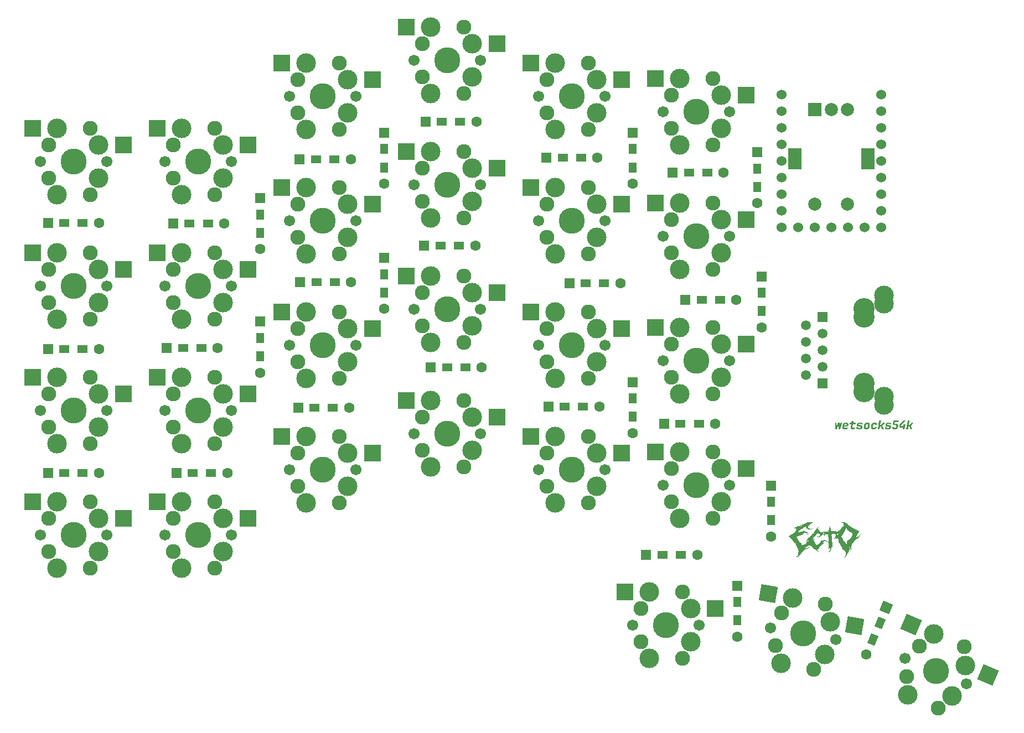
<source format=gts>
G04 #@! TF.GenerationSoftware,KiCad,Pcbnew,8.0.8*
G04 #@! TF.CreationDate,2025-02-11T03:27:34+10:00*
G04 #@! TF.ProjectId,wetsocks54k,77657473-6f63-46b7-9335-346b2e6b6963,2*
G04 #@! TF.SameCoordinates,Original*
G04 #@! TF.FileFunction,Soldermask,Top*
G04 #@! TF.FilePolarity,Negative*
%FSLAX46Y46*%
G04 Gerber Fmt 4.6, Leading zero omitted, Abs format (unit mm)*
G04 Created by KiCad (PCBNEW 8.0.8) date 2025-02-11 03:27:34*
%MOMM*%
%LPD*%
G01*
G04 APERTURE LIST*
G04 Aperture macros list*
%AMRotRect*
0 Rectangle, with rotation*
0 The origin of the aperture is its center*
0 $1 length*
0 $2 width*
0 $3 Rotation angle, in degrees counterclockwise*
0 Add horizontal line*
21,1,$1,$2,0,0,$3*%
G04 Aperture macros list end*
%ADD10C,0.150000*%
%ADD11C,0.000000*%
%ADD12C,3.250000*%
%ADD13R,1.500000X1.500000*%
%ADD14C,1.500000*%
%ADD15C,3.000000*%
%ADD16R,1.600000X1.200000*%
%ADD17R,1.600000X1.600000*%
%ADD18C,1.600000*%
%ADD19C,1.701800*%
%ADD20C,3.987800*%
%ADD21R,2.550000X2.500000*%
%ADD22C,2.286000*%
%ADD23R,1.200000X1.600000*%
%ADD24C,1.524000*%
%ADD25RotRect,1.600000X1.200000X67.000000*%
%ADD26RotRect,1.600000X1.600000X67.000000*%
%ADD27RotRect,2.550000X2.500000X350.000000*%
%ADD28RotRect,2.550000X2.500000X337.000000*%
%ADD29R,2.000000X2.000000*%
%ADD30C,2.000000*%
%ADD31R,2.000000X3.200000*%
G04 APERTURE END LIST*
D10*
G36*
X162418931Y-109844000D02*
G01*
X162426234Y-108827949D01*
X162631349Y-108827949D01*
X162624046Y-109383919D01*
X162621074Y-109452025D01*
X162616160Y-109519242D01*
X162614838Y-109534104D01*
X162608752Y-109598855D01*
X162602179Y-109664082D01*
X162601820Y-109667461D01*
X162617086Y-109603099D01*
X162631810Y-109539060D01*
X162632937Y-109534104D01*
X162648790Y-109470870D01*
X162667856Y-109406172D01*
X162675166Y-109383919D01*
X162858055Y-108827949D01*
X163066345Y-108827949D01*
X163073966Y-109383919D01*
X163074018Y-109447541D01*
X163071396Y-109515053D01*
X163070156Y-109535057D01*
X163065737Y-109600459D01*
X163061187Y-109665986D01*
X163060948Y-109669366D01*
X163074189Y-109604735D01*
X163087247Y-109540071D01*
X163088254Y-109535057D01*
X163102612Y-109471206D01*
X163120185Y-109406195D01*
X163126991Y-109383919D01*
X163294957Y-108827949D01*
X163505470Y-108827949D01*
X163192717Y-109844000D01*
X162918383Y-109844000D01*
X162925686Y-109279457D01*
X162926490Y-109213831D01*
X162928226Y-109154038D01*
X162931322Y-109087439D01*
X162934894Y-109033699D01*
X162920955Y-109096297D01*
X162917431Y-109110221D01*
X162900677Y-109172352D01*
X162892664Y-109200395D01*
X162874506Y-109261537D01*
X162868851Y-109279457D01*
X162695170Y-109844000D01*
X162418931Y-109844000D01*
G37*
G36*
X164132477Y-108811119D02*
G01*
X164196634Y-108821593D01*
X164260969Y-108841419D01*
X164284653Y-108851763D01*
X164342436Y-108886014D01*
X164392378Y-108932793D01*
X164420867Y-108974324D01*
X164445247Y-109036805D01*
X164452689Y-109100512D01*
X164448174Y-109157213D01*
X164432845Y-109222319D01*
X164403735Y-109284408D01*
X164361912Y-109335707D01*
X164346886Y-109348993D01*
X164290335Y-109384992D01*
X164224668Y-109407659D01*
X164157773Y-109416658D01*
X164133833Y-109417258D01*
X163789964Y-109417258D01*
X163780756Y-109460441D01*
X163775330Y-109528265D01*
X163794838Y-109589010D01*
X163801712Y-109597607D01*
X163857703Y-109631301D01*
X163925076Y-109640747D01*
X163930623Y-109640789D01*
X163996012Y-109634409D01*
X164035721Y-109622691D01*
X164087694Y-109585363D01*
X164097001Y-109568396D01*
X164365937Y-109568396D01*
X164340108Y-109626926D01*
X164302105Y-109686450D01*
X164255054Y-109738116D01*
X164198953Y-109781923D01*
X164191304Y-109786847D01*
X164134957Y-109817034D01*
X164073991Y-109839807D01*
X164008407Y-109855166D01*
X163938204Y-109863110D01*
X163896014Y-109864321D01*
X163825084Y-109860227D01*
X163760533Y-109847945D01*
X163696292Y-109824696D01*
X163672800Y-109812565D01*
X163620547Y-109776051D01*
X163574385Y-109726717D01*
X163540079Y-109667778D01*
X163520433Y-109607320D01*
X163512693Y-109541839D01*
X163516861Y-109471334D01*
X163519123Y-109456630D01*
X163554509Y-109234369D01*
X163815365Y-109234369D01*
X164095414Y-109234369D01*
X164146534Y-109217541D01*
X164173371Y-109159012D01*
X164173840Y-109156260D01*
X164170067Y-109090713D01*
X164144629Y-109050845D01*
X164088313Y-109018496D01*
X164029371Y-109010838D01*
X163962646Y-109019642D01*
X163904268Y-109048814D01*
X163886806Y-109064181D01*
X163847763Y-109118296D01*
X163824677Y-109182368D01*
X163819175Y-109210556D01*
X163815365Y-109234369D01*
X163554509Y-109234369D01*
X163557542Y-109215318D01*
X163573386Y-109145433D01*
X163596150Y-109081753D01*
X163625835Y-109024281D01*
X163669215Y-108965073D01*
X163722015Y-108914314D01*
X163783341Y-108872744D01*
X163841759Y-108845239D01*
X163905580Y-108825235D01*
X163974803Y-108812733D01*
X164049429Y-108807732D01*
X164062392Y-108807628D01*
X164132477Y-108811119D01*
G37*
G36*
X165089238Y-109844000D02*
G01*
X165017559Y-109838403D01*
X164955881Y-109821615D01*
X164898450Y-109789349D01*
X164862532Y-109754460D01*
X164829114Y-109698591D01*
X164811016Y-109632073D01*
X164807791Y-109564005D01*
X164813317Y-109507433D01*
X164880948Y-109068309D01*
X164610107Y-109068309D01*
X164648526Y-108827949D01*
X164919367Y-108827949D01*
X164965089Y-108543455D01*
X165239423Y-108543455D01*
X165193701Y-108827949D01*
X165586785Y-108827949D01*
X165548366Y-109068309D01*
X165155281Y-109068309D01*
X165087650Y-109508068D01*
X165095546Y-109571777D01*
X165098446Y-109576969D01*
X165155281Y-109603640D01*
X165456921Y-109603640D01*
X165418502Y-109844000D01*
X165089238Y-109844000D01*
G37*
G36*
X166034165Y-109864321D02*
G01*
X165967178Y-109861318D01*
X165896673Y-109850224D01*
X165834403Y-109830957D01*
X165773321Y-109798927D01*
X165746813Y-109778909D01*
X165699916Y-109726695D01*
X165672459Y-109666144D01*
X165664441Y-109597253D01*
X165668387Y-109555378D01*
X165937005Y-109555378D01*
X165949090Y-109619913D01*
X165963359Y-109634757D01*
X166023265Y-109657996D01*
X166066869Y-109661110D01*
X166147518Y-109661110D01*
X166213958Y-109654363D01*
X166267221Y-109634122D01*
X166312790Y-109587421D01*
X166321199Y-109560140D01*
X166305293Y-109497595D01*
X166298338Y-109491875D01*
X166236442Y-109468055D01*
X166202131Y-109462663D01*
X165977329Y-109434722D01*
X165909907Y-109419856D01*
X165848190Y-109390672D01*
X165800364Y-109348154D01*
X165788725Y-109332799D01*
X165759715Y-109275324D01*
X165745712Y-109209663D01*
X165745940Y-109143569D01*
X165748718Y-109120064D01*
X165766439Y-109046837D01*
X165794837Y-108983373D01*
X165833912Y-108929673D01*
X165883662Y-108885737D01*
X165944090Y-108851564D01*
X166015193Y-108827155D01*
X166096973Y-108812510D01*
X166165315Y-108807933D01*
X166189430Y-108807628D01*
X166275477Y-108807628D01*
X166339612Y-108810692D01*
X166404628Y-108821285D01*
X166468554Y-108841674D01*
X166479322Y-108846365D01*
X166536936Y-108879243D01*
X166585344Y-108924031D01*
X166605375Y-108952098D01*
X166630797Y-109014644D01*
X166635247Y-109079252D01*
X166632047Y-109105775D01*
X166363111Y-109105775D01*
X166347405Y-109043764D01*
X166338345Y-109035605D01*
X166275971Y-109012797D01*
X166242455Y-109010838D01*
X166156408Y-109010838D01*
X166093149Y-109018574D01*
X166055756Y-109035287D01*
X166015704Y-109086867D01*
X166011939Y-109102283D01*
X166034800Y-109160071D01*
X166098210Y-109178629D01*
X166121799Y-109182297D01*
X166337710Y-109210238D01*
X166405559Y-109223911D01*
X166469127Y-109249588D01*
X166523911Y-109290902D01*
X166545048Y-109316606D01*
X166575069Y-109376667D01*
X166587931Y-109440107D01*
X166588105Y-109503963D01*
X166582832Y-109547440D01*
X166564679Y-109621709D01*
X166534986Y-109686075D01*
X166493754Y-109740539D01*
X166440982Y-109785100D01*
X166376670Y-109819759D01*
X166300818Y-109844515D01*
X166236357Y-109856584D01*
X166165404Y-109863083D01*
X166114496Y-109864321D01*
X166034165Y-109864321D01*
G37*
G36*
X167397577Y-108810883D02*
G01*
X167463281Y-108822325D01*
X167528272Y-108844699D01*
X167557605Y-108859701D01*
X167613853Y-108900010D01*
X167658169Y-108949774D01*
X167688104Y-109003218D01*
X167708699Y-109069681D01*
X167715049Y-109135962D01*
X167710690Y-109200388D01*
X167708425Y-109215318D01*
X167670006Y-109456630D01*
X167654832Y-109526527D01*
X167632648Y-109590240D01*
X167603454Y-109647769D01*
X167560534Y-109707069D01*
X167508073Y-109757953D01*
X167447042Y-109799399D01*
X167388684Y-109826822D01*
X167324744Y-109846766D01*
X167255223Y-109859231D01*
X167180120Y-109864217D01*
X167167061Y-109864321D01*
X167096130Y-109860227D01*
X167031580Y-109847945D01*
X166967338Y-109824696D01*
X166943847Y-109812565D01*
X166891780Y-109776144D01*
X166846252Y-109727127D01*
X166813031Y-109668731D01*
X166792934Y-109602268D01*
X166786385Y-109535986D01*
X166787082Y-109523690D01*
X167065315Y-109523690D01*
X167090222Y-109580461D01*
X167144662Y-109615635D01*
X167205480Y-109623961D01*
X167270798Y-109615954D01*
X167329186Y-109587194D01*
X167370230Y-109537518D01*
X167391915Y-109476893D01*
X167395672Y-109456630D01*
X167434091Y-109215318D01*
X167435967Y-109151175D01*
X167411230Y-109090852D01*
X167356957Y-109056192D01*
X167295020Y-109047988D01*
X167229702Y-109055995D01*
X167171314Y-109084755D01*
X167130270Y-109134431D01*
X167108585Y-109195056D01*
X167104828Y-109215318D01*
X167066408Y-109456630D01*
X167065315Y-109523690D01*
X166787082Y-109523690D01*
X166790036Y-109471561D01*
X166792075Y-109456630D01*
X166830494Y-109215318D01*
X166845668Y-109145433D01*
X166867852Y-109081753D01*
X166897046Y-109024281D01*
X166939966Y-108965073D01*
X166992427Y-108914314D01*
X167053458Y-108872744D01*
X167111816Y-108845239D01*
X167175756Y-108825235D01*
X167245277Y-108812733D01*
X167320379Y-108807732D01*
X167333439Y-108807628D01*
X167397577Y-108810883D01*
G37*
G36*
X168274556Y-109864321D02*
G01*
X168211132Y-109861145D01*
X168145663Y-109849983D01*
X168080225Y-109828153D01*
X168050389Y-109813518D01*
X167997633Y-109777506D01*
X167951134Y-109728510D01*
X167916715Y-109669683D01*
X167896914Y-109609039D01*
X167888709Y-109543000D01*
X167891241Y-109478951D01*
X167894172Y-109456630D01*
X167932591Y-109215318D01*
X167947821Y-109145433D01*
X167970172Y-109081753D01*
X167999645Y-109024281D01*
X168043032Y-108965073D01*
X168096112Y-108914314D01*
X168148673Y-108878057D01*
X168206816Y-108849302D01*
X168270539Y-108828048D01*
X168339845Y-108814296D01*
X168414731Y-108808045D01*
X168440934Y-108807628D01*
X168511065Y-108811245D01*
X168574767Y-108822095D01*
X168640959Y-108843896D01*
X168698399Y-108875542D01*
X168740669Y-108910503D01*
X168785121Y-108966386D01*
X168814015Y-109031159D01*
X168826534Y-109095129D01*
X168827142Y-109165905D01*
X168825128Y-109187377D01*
X168558097Y-109187377D01*
X168548799Y-109122991D01*
X168520313Y-109085137D01*
X168461943Y-109055098D01*
X168402514Y-109047988D01*
X168334985Y-109055995D01*
X168274776Y-109084755D01*
X168232666Y-109134431D01*
X168210665Y-109195056D01*
X168206925Y-109215318D01*
X168168505Y-109456630D01*
X168167394Y-109523690D01*
X168192954Y-109580461D01*
X168249526Y-109615635D01*
X168312975Y-109623961D01*
X168378621Y-109616008D01*
X168438492Y-109589991D01*
X168441886Y-109587764D01*
X168488663Y-109540703D01*
X168512375Y-109484889D01*
X168779406Y-109484889D01*
X168762903Y-109549372D01*
X168735045Y-109617548D01*
X168697918Y-109678127D01*
X168651523Y-109731110D01*
X168612710Y-109764303D01*
X168551599Y-109803275D01*
X168493486Y-109829060D01*
X168430082Y-109847814D01*
X168361387Y-109859535D01*
X168287401Y-109864223D01*
X168274556Y-109864321D01*
G37*
G36*
X168934036Y-109844000D02*
G01*
X169146136Y-108502813D01*
X169420470Y-108502813D01*
X169307117Y-109214048D01*
X169438568Y-109214048D01*
X169709409Y-108827949D01*
X170018352Y-108827949D01*
X169661782Y-109331847D01*
X169864674Y-109844000D01*
X169564939Y-109844000D01*
X169416660Y-109454408D01*
X169270285Y-109454408D01*
X169208369Y-109844000D01*
X168934036Y-109844000D01*
G37*
G36*
X170398101Y-109864321D02*
G01*
X170331113Y-109861318D01*
X170260608Y-109850224D01*
X170198339Y-109830957D01*
X170137256Y-109798927D01*
X170110749Y-109778909D01*
X170063852Y-109726695D01*
X170036394Y-109666144D01*
X170028377Y-109597253D01*
X170032322Y-109555378D01*
X170300941Y-109555378D01*
X170313026Y-109619913D01*
X170327295Y-109634757D01*
X170387201Y-109657996D01*
X170430805Y-109661110D01*
X170511454Y-109661110D01*
X170577894Y-109654363D01*
X170631157Y-109634122D01*
X170676726Y-109587421D01*
X170685135Y-109560140D01*
X170669229Y-109497595D01*
X170662274Y-109491875D01*
X170600378Y-109468055D01*
X170566066Y-109462663D01*
X170341265Y-109434722D01*
X170273843Y-109419856D01*
X170212126Y-109390672D01*
X170164300Y-109348154D01*
X170152661Y-109332799D01*
X170123650Y-109275324D01*
X170109647Y-109209663D01*
X170109876Y-109143569D01*
X170112654Y-109120064D01*
X170130375Y-109046837D01*
X170158773Y-108983373D01*
X170197847Y-108929673D01*
X170247598Y-108885737D01*
X170308025Y-108851564D01*
X170379129Y-108827155D01*
X170460909Y-108812510D01*
X170529251Y-108807933D01*
X170553366Y-108807628D01*
X170639412Y-108807628D01*
X170703548Y-108810692D01*
X170768564Y-108821285D01*
X170832489Y-108841674D01*
X170843258Y-108846365D01*
X170900872Y-108879243D01*
X170949280Y-108924031D01*
X170969311Y-108952098D01*
X170994732Y-109014644D01*
X170999183Y-109079252D01*
X170995983Y-109105775D01*
X170727047Y-109105775D01*
X170711341Y-109043764D01*
X170702281Y-109035605D01*
X170639907Y-109012797D01*
X170606391Y-109010838D01*
X170520344Y-109010838D01*
X170457085Y-109018574D01*
X170419692Y-109035287D01*
X170379640Y-109086867D01*
X170375874Y-109102283D01*
X170398736Y-109160071D01*
X170462146Y-109178629D01*
X170485735Y-109182297D01*
X170701646Y-109210238D01*
X170769495Y-109223911D01*
X170833063Y-109249588D01*
X170887847Y-109290902D01*
X170908983Y-109316606D01*
X170939005Y-109376667D01*
X170951867Y-109440107D01*
X170952040Y-109503963D01*
X170946768Y-109547440D01*
X170928615Y-109621709D01*
X170898922Y-109686075D01*
X170857690Y-109740539D01*
X170804918Y-109785100D01*
X170740606Y-109819759D01*
X170664754Y-109844515D01*
X170600293Y-109856584D01*
X170529340Y-109863083D01*
X170478432Y-109864321D01*
X170398101Y-109864321D01*
G37*
G36*
X171527504Y-109864321D02*
G01*
X171454068Y-109860637D01*
X171387599Y-109849586D01*
X171318854Y-109827381D01*
X171259590Y-109795149D01*
X171216339Y-109759540D01*
X171176414Y-109710113D01*
X171146637Y-109644844D01*
X171134452Y-109580050D01*
X171135211Y-109508084D01*
X171139500Y-109475046D01*
X171413833Y-109475046D01*
X171417239Y-109540099D01*
X171444950Y-109583954D01*
X171503911Y-109616304D01*
X171565606Y-109623961D01*
X171630339Y-109615939D01*
X171690032Y-109587124D01*
X171696422Y-109582049D01*
X171736985Y-109531961D01*
X171756989Y-109470152D01*
X171757703Y-109465521D01*
X171774214Y-109370584D01*
X171773400Y-109302099D01*
X171739286Y-109244010D01*
X171677140Y-109217870D01*
X171629744Y-109214048D01*
X171225546Y-109214048D01*
X171338900Y-108502813D01*
X172136499Y-108502813D01*
X172096175Y-108743173D01*
X171560208Y-108743173D01*
X171523694Y-108973689D01*
X171677371Y-108973689D01*
X171751023Y-108977339D01*
X171816949Y-108988290D01*
X171884101Y-109010292D01*
X171940738Y-109042231D01*
X171980916Y-109077517D01*
X172021459Y-109134788D01*
X172046245Y-109202777D01*
X172055008Y-109271057D01*
X172052916Y-109336113D01*
X172048547Y-109370901D01*
X172032036Y-109465521D01*
X172017376Y-109532288D01*
X171995304Y-109593519D01*
X171960185Y-109657958D01*
X171914977Y-109714860D01*
X171868198Y-109757635D01*
X171815298Y-109793892D01*
X171757331Y-109822647D01*
X171694295Y-109843900D01*
X171626192Y-109857653D01*
X171553020Y-109863904D01*
X171527504Y-109864321D01*
G37*
G36*
X172753750Y-109844000D02*
G01*
X172792169Y-109596655D01*
X172210480Y-109596655D01*
X172270808Y-109213096D01*
X172881708Y-108502813D01*
X173194461Y-108502813D01*
X172514025Y-109297555D01*
X172504817Y-109356295D01*
X172830588Y-109356295D01*
X172876311Y-109070531D01*
X173150644Y-109070531D01*
X173028083Y-109844000D01*
X172753750Y-109844000D01*
G37*
G36*
X173297971Y-109844000D02*
G01*
X173510072Y-108502813D01*
X173784406Y-108502813D01*
X173671052Y-109214048D01*
X173802504Y-109214048D01*
X174073345Y-108827949D01*
X174382288Y-108827949D01*
X174025717Y-109331847D01*
X174228610Y-109844000D01*
X173928875Y-109844000D01*
X173780595Y-109454408D01*
X173634221Y-109454408D01*
X173572305Y-109844000D01*
X173297971Y-109844000D01*
G37*
D11*
G36*
X158368166Y-124062341D02*
G01*
X158388395Y-124065415D01*
X158437704Y-124071113D01*
X158506001Y-124075400D01*
X158592878Y-124078260D01*
X158697922Y-124079674D01*
X158726043Y-124079797D01*
X158978876Y-124080506D01*
X159039719Y-124113182D01*
X159079219Y-124137927D01*
X159109158Y-124163622D01*
X159119945Y-124177220D01*
X159134897Y-124203557D01*
X159137631Y-124214832D01*
X159127916Y-124211297D01*
X159105521Y-124193205D01*
X159105420Y-124193116D01*
X159056711Y-124161096D01*
X159003615Y-124147105D01*
X158945526Y-124151187D01*
X158881836Y-124173388D01*
X158811937Y-124213753D01*
X158810165Y-124214954D01*
X158764564Y-124244736D01*
X158712892Y-124276628D01*
X158665390Y-124304330D01*
X158659838Y-124307414D01*
X158618606Y-124332802D01*
X158578259Y-124362074D01*
X158546371Y-124389653D01*
X158541676Y-124394473D01*
X158481603Y-124458948D01*
X158433489Y-124511519D01*
X158395962Y-124554442D01*
X158367649Y-124589972D01*
X158347176Y-124620364D01*
X158333170Y-124647874D01*
X158324258Y-124674757D01*
X158319068Y-124703269D01*
X158316226Y-124735665D01*
X158314655Y-124767365D01*
X158313221Y-124813643D01*
X158314207Y-124846300D01*
X158318343Y-124871089D01*
X158326356Y-124893762D01*
X158332274Y-124906578D01*
X158365559Y-124953501D01*
X158413982Y-124989953D01*
X158458623Y-125009222D01*
X158483557Y-125018181D01*
X158519655Y-125032185D01*
X158560209Y-125048613D01*
X158571501Y-125053312D01*
X158630669Y-125074754D01*
X158679109Y-125085338D01*
X158695105Y-125086340D01*
X158743987Y-125084593D01*
X158800055Y-125079849D01*
X158857899Y-125072848D01*
X158912106Y-125064332D01*
X158957266Y-125055043D01*
X158986169Y-125046452D01*
X159016377Y-125036384D01*
X159029972Y-125036345D01*
X159026841Y-125046166D01*
X159006869Y-125065678D01*
X159001965Y-125069802D01*
X158984436Y-125082126D01*
X158960216Y-125094918D01*
X158926998Y-125109072D01*
X158882472Y-125125480D01*
X158824330Y-125145035D01*
X158750265Y-125168630D01*
X158730905Y-125174670D01*
X158628799Y-125206425D01*
X158551004Y-125188975D01*
X158505069Y-125180289D01*
X158449260Y-125172086D01*
X158393134Y-125165709D01*
X158372997Y-125163989D01*
X158327563Y-125160336D01*
X158295149Y-125155824D01*
X158270284Y-125147993D01*
X158247501Y-125134382D01*
X158221329Y-125112532D01*
X158186341Y-125080021D01*
X158155749Y-125054879D01*
X158119403Y-125030185D01*
X158082546Y-125008970D01*
X158050423Y-124994269D01*
X158029072Y-124989096D01*
X158002354Y-124980408D01*
X157977109Y-124958149D01*
X157957364Y-124928031D01*
X157947144Y-124895764D01*
X157948014Y-124874126D01*
X157957597Y-124856208D01*
X157977876Y-124829639D01*
X158005246Y-124798947D01*
X158019307Y-124784608D01*
X158050518Y-124752238D01*
X158078203Y-124720797D01*
X158097920Y-124695434D01*
X158102597Y-124688115D01*
X158112218Y-124670705D01*
X158113698Y-124665054D01*
X158105268Y-124671799D01*
X158085161Y-124691580D01*
X158080717Y-124696023D01*
X158056895Y-124717811D01*
X158037023Y-124732424D01*
X158027793Y-124736263D01*
X158012947Y-124741181D01*
X157988429Y-124753811D01*
X157970053Y-124764838D01*
X157944108Y-124779811D01*
X157920488Y-124788464D01*
X157892080Y-124792488D01*
X157851771Y-124793572D01*
X157849014Y-124793580D01*
X157752643Y-124803366D01*
X157658970Y-124831707D01*
X157595406Y-124862879D01*
X157567196Y-124880193D01*
X157553395Y-124892432D01*
X157550966Y-124903121D01*
X157554041Y-124910895D01*
X157556959Y-124921120D01*
X157552036Y-124931476D01*
X157536550Y-124944733D01*
X157507779Y-124963659D01*
X157493446Y-124972515D01*
X157453849Y-124998501D01*
X157414729Y-125027015D01*
X157383849Y-125052366D01*
X157381035Y-125054954D01*
X157352163Y-125078999D01*
X157323181Y-125098477D01*
X157308102Y-125105997D01*
X157263579Y-125122468D01*
X157209742Y-125141503D01*
X157143489Y-125164177D01*
X157063179Y-125191083D01*
X156979053Y-125219678D01*
X156911046Y-125244319D01*
X156856507Y-125266140D01*
X156812783Y-125286274D01*
X156777223Y-125305856D01*
X156747175Y-125326020D01*
X156746554Y-125326480D01*
X156706498Y-125357231D01*
X156682943Y-125377694D01*
X156675844Y-125387804D01*
X156685157Y-125387496D01*
X156710837Y-125376705D01*
X156752839Y-125355365D01*
X156762692Y-125350096D01*
X156808796Y-125326592D01*
X156853884Y-125305881D01*
X156892503Y-125290339D01*
X156917314Y-125282716D01*
X156956006Y-125276234D01*
X157001563Y-125271210D01*
X157048847Y-125267898D01*
X157092720Y-125266552D01*
X157128043Y-125267427D01*
X157149678Y-125270776D01*
X157150698Y-125271173D01*
X157159612Y-125276527D01*
X157152404Y-125279243D01*
X157132883Y-125280143D01*
X157102759Y-125284278D01*
X157060726Y-125294653D01*
X157012572Y-125309444D01*
X156964087Y-125326829D01*
X156921060Y-125344984D01*
X156910151Y-125350274D01*
X156872915Y-125379778D01*
X156853126Y-125409805D01*
X156834113Y-125443851D01*
X156812646Y-125477126D01*
X156807526Y-125484199D01*
X156790280Y-125514982D01*
X156781593Y-125546871D01*
X156781690Y-125574937D01*
X156790796Y-125594251D01*
X156802249Y-125599870D01*
X156822120Y-125597241D01*
X156851484Y-125587320D01*
X156875182Y-125576569D01*
X156905735Y-125562009D01*
X156928327Y-125555614D01*
X156952026Y-125556154D01*
X156983475Y-125561900D01*
X157015654Y-125567241D01*
X157045192Y-125568282D01*
X157079244Y-125564747D01*
X157124478Y-125556459D01*
X157171953Y-125544939D01*
X157210221Y-125531880D01*
X157234225Y-125519011D01*
X157234322Y-125518932D01*
X157255102Y-125507251D01*
X157288851Y-125493642D01*
X157329557Y-125480422D01*
X157346152Y-125475836D01*
X157419966Y-125455001D01*
X157478551Y-125434739D01*
X157526004Y-125413427D01*
X157566423Y-125389444D01*
X157569273Y-125387500D01*
X157607743Y-125367314D01*
X157646133Y-125357805D01*
X157679877Y-125359197D01*
X157704413Y-125371717D01*
X157710954Y-125380501D01*
X157729149Y-125404594D01*
X157758817Y-125433331D01*
X157794429Y-125461914D01*
X157830456Y-125485544D01*
X157834673Y-125487888D01*
X157883687Y-125514205D01*
X157919431Y-125532382D01*
X157945542Y-125543893D01*
X157965658Y-125550211D01*
X157983416Y-125552810D01*
X157995934Y-125553204D01*
X158037686Y-125559885D01*
X158088575Y-125578489D01*
X158144060Y-125607112D01*
X158181714Y-125631065D01*
X158228796Y-125674947D01*
X158261794Y-125731433D01*
X158280006Y-125799012D01*
X158283585Y-125849980D01*
X158281786Y-125897769D01*
X158276904Y-125941581D01*
X158269713Y-125977514D01*
X158260986Y-126001668D01*
X158251827Y-126010153D01*
X158240938Y-126016888D01*
X158221136Y-126034725D01*
X158196296Y-126060115D01*
X158190807Y-126066068D01*
X158166118Y-126091662D01*
X158146305Y-126109493D01*
X158134880Y-126116475D01*
X158133766Y-126116184D01*
X158135614Y-126105786D01*
X158145553Y-126082673D01*
X158161751Y-126050855D01*
X158172439Y-126031496D01*
X158202367Y-125970706D01*
X158216927Y-125920539D01*
X158216262Y-125879886D01*
X158200518Y-125847637D01*
X158196876Y-125843469D01*
X158182522Y-125825937D01*
X158176617Y-125814546D01*
X158168815Y-125806356D01*
X158148554Y-125792355D01*
X158125564Y-125778647D01*
X158079737Y-125756908D01*
X158027175Y-125740435D01*
X157962668Y-125727746D01*
X157930266Y-125723124D01*
X157892698Y-125716410D01*
X157855985Y-125707096D01*
X157846539Y-125704030D01*
X157823791Y-125697723D01*
X157800176Y-125696104D01*
X157769261Y-125699237D01*
X157735307Y-125705140D01*
X157699180Y-125712528D01*
X157673334Y-125720578D01*
X157651821Y-125732622D01*
X157628692Y-125751989D01*
X157597999Y-125782010D01*
X157597985Y-125782024D01*
X157569195Y-125809733D01*
X157544835Y-125831198D01*
X157528560Y-125843287D01*
X157524695Y-125844839D01*
X157507120Y-125851671D01*
X157483991Y-125868651D01*
X157460928Y-125890510D01*
X157443551Y-125911977D01*
X157437418Y-125926692D01*
X157431824Y-125953609D01*
X157412667Y-125973144D01*
X157401477Y-125979665D01*
X157377931Y-125990072D01*
X157341613Y-126003945D01*
X157298410Y-126019263D01*
X157254209Y-126034008D01*
X157214897Y-126046158D01*
X157186362Y-126053693D01*
X157184733Y-126054034D01*
X157159301Y-126060495D01*
X157122604Y-126071395D01*
X157081691Y-126084617D01*
X157072903Y-126087600D01*
X157029559Y-126101316D01*
X156986413Y-126113090D01*
X156951822Y-126120670D01*
X156947714Y-126121332D01*
X156900925Y-126132287D01*
X156841260Y-126152577D01*
X156772112Y-126180880D01*
X156696873Y-126215876D01*
X156668505Y-126230084D01*
X156621693Y-126251989D01*
X156581961Y-126266718D01*
X156553722Y-126272661D01*
X156551766Y-126272710D01*
X156529718Y-126276174D01*
X156503560Y-126287904D01*
X156469376Y-126309910D01*
X156445635Y-126327197D01*
X156410477Y-126353860D01*
X156378764Y-126378585D01*
X156355552Y-126397403D01*
X156349588Y-126402560D01*
X156330546Y-126425329D01*
X156311850Y-126456355D01*
X156297355Y-126488207D01*
X156290913Y-126513453D01*
X156290867Y-126515819D01*
X156294523Y-126515889D01*
X156303671Y-126501331D01*
X156314051Y-126480175D01*
X156330428Y-126448927D01*
X156349443Y-126425534D01*
X156375414Y-126406656D01*
X156412661Y-126388958D01*
X156451111Y-126374262D01*
X156503886Y-126359412D01*
X156556869Y-126351919D01*
X156603870Y-126352300D01*
X156633991Y-126359000D01*
X156642267Y-126364526D01*
X156636412Y-126371106D01*
X156614269Y-126380994D01*
X156612105Y-126381848D01*
X156586195Y-126394842D01*
X156568906Y-126408702D01*
X156566124Y-126413108D01*
X156566049Y-126437685D01*
X156579270Y-126471286D01*
X156604198Y-126510417D01*
X156618853Y-126528950D01*
X156641535Y-126559204D01*
X156660604Y-126590107D01*
X156666779Y-126602720D01*
X156683071Y-126634550D01*
X156702953Y-126665174D01*
X156703524Y-126665929D01*
X156719859Y-126692229D01*
X156737193Y-126727416D01*
X156746495Y-126750033D01*
X156762188Y-126784368D01*
X156780781Y-126814423D01*
X156792285Y-126827828D01*
X156810305Y-126847574D01*
X156833863Y-126877568D01*
X156858114Y-126911614D01*
X156860066Y-126914517D01*
X156914557Y-126993900D01*
X156962409Y-127058540D01*
X157005964Y-127110946D01*
X157047563Y-127153628D01*
X157089550Y-127189094D01*
X157134265Y-127219853D01*
X157158681Y-127234425D01*
X157212721Y-127274142D01*
X157249138Y-127321580D01*
X157268059Y-127377110D01*
X157269608Y-127441109D01*
X157253909Y-127513949D01*
X157252861Y-127517249D01*
X157236929Y-127589248D01*
X157234637Y-127660000D01*
X157245278Y-127726096D01*
X157268150Y-127784129D01*
X157302549Y-127830688D01*
X157320874Y-127846455D01*
X157354909Y-127871597D01*
X157329659Y-127842808D01*
X157294793Y-127797555D01*
X157276030Y-127757505D01*
X157272472Y-127718410D01*
X157283225Y-127676024D01*
X157290756Y-127658430D01*
X157304715Y-127634404D01*
X157323859Y-127608836D01*
X157344997Y-127584967D01*
X157364942Y-127566037D01*
X157380505Y-127555286D01*
X157388498Y-127555957D01*
X157388945Y-127558639D01*
X157394048Y-127575952D01*
X157398445Y-127580497D01*
X157417728Y-127582518D01*
X157448329Y-127574607D01*
X157485924Y-127558389D01*
X157526188Y-127535490D01*
X157536838Y-127528453D01*
X157581312Y-127502706D01*
X157623183Y-127486718D01*
X157635883Y-127484055D01*
X157662907Y-127476823D01*
X157701141Y-127462512D01*
X157744763Y-127443438D01*
X157774859Y-127428764D01*
X157859618Y-127377877D01*
X157935216Y-127317433D01*
X157998483Y-127250445D01*
X158046248Y-127179923D01*
X158055206Y-127162488D01*
X158071764Y-127129616D01*
X158086775Y-127106370D01*
X158104954Y-127087880D01*
X158131014Y-127069279D01*
X158166375Y-127047657D01*
X158210103Y-127019420D01*
X158255396Y-126986673D01*
X158293841Y-126955568D01*
X158300664Y-126949445D01*
X158338456Y-126915939D01*
X158369344Y-126892942D01*
X158399779Y-126876825D01*
X158436208Y-126863956D01*
X158468347Y-126855037D01*
X158525735Y-126839964D01*
X158938358Y-126839964D01*
X158939693Y-126845745D01*
X158944841Y-126846447D01*
X158952845Y-126842889D01*
X158951323Y-126839964D01*
X158939783Y-126838800D01*
X158938358Y-126839964D01*
X158525735Y-126839964D01*
X158531556Y-126838435D01*
X158485840Y-126837579D01*
X158429618Y-126842289D01*
X158364925Y-126857184D01*
X158298725Y-126880624D01*
X158293309Y-126882933D01*
X158258639Y-126896058D01*
X158224324Y-126906218D01*
X158214571Y-126908349D01*
X158183667Y-126920279D01*
X158168555Y-126939064D01*
X158152236Y-126959900D01*
X158127584Y-126977634D01*
X158125739Y-126978551D01*
X158099788Y-126997858D01*
X158070365Y-127030653D01*
X158041187Y-127072355D01*
X158021635Y-127106846D01*
X158009532Y-127123358D01*
X158000427Y-127122459D01*
X157995512Y-127106101D01*
X157995977Y-127076237D01*
X157997109Y-127066627D01*
X158003413Y-127027946D01*
X158012166Y-126990436D01*
X158024512Y-126951253D01*
X158041595Y-126907555D01*
X158064559Y-126856498D01*
X158094547Y-126795237D01*
X158132703Y-126720931D01*
X158147733Y-126692203D01*
X158166163Y-126640260D01*
X158171690Y-126590098D01*
X158174615Y-126544769D01*
X158181040Y-126515920D01*
X158192076Y-126500728D01*
X158208530Y-126496370D01*
X158230011Y-126492814D01*
X158263458Y-126483505D01*
X158303019Y-126470483D01*
X158342842Y-126455787D01*
X158377074Y-126441455D01*
X158399296Y-126429900D01*
X158428794Y-126409374D01*
X158456994Y-126386044D01*
X158490638Y-126354286D01*
X158494485Y-126350505D01*
X158523550Y-126325476D01*
X158559424Y-126299333D01*
X158578916Y-126286947D01*
X158595070Y-126276955D01*
X158609445Y-126266404D01*
X158623601Y-126253240D01*
X158639101Y-126235411D01*
X158657504Y-126210866D01*
X158680374Y-126177551D01*
X158709270Y-126133413D01*
X158745755Y-126076402D01*
X158779328Y-126023500D01*
X158806265Y-125982959D01*
X158831287Y-125951129D01*
X158859422Y-125922717D01*
X158895695Y-125892428D01*
X158925193Y-125869844D01*
X158971107Y-125836638D01*
X159020788Y-125802795D01*
X159067110Y-125773081D01*
X159092628Y-125757906D01*
X159131309Y-125733073D01*
X159174707Y-125700520D01*
X159218966Y-125663676D01*
X159260232Y-125625967D01*
X159294646Y-125590820D01*
X159318354Y-125561662D01*
X159324112Y-125552179D01*
X159327596Y-125542208D01*
X159320723Y-125544696D01*
X159302165Y-125560336D01*
X159293654Y-125568129D01*
X159263970Y-125594121D01*
X159226462Y-125624947D01*
X159189086Y-125654072D01*
X159187949Y-125654927D01*
X159156491Y-125678554D01*
X159129878Y-125698549D01*
X159112911Y-125711304D01*
X159110871Y-125712839D01*
X159107274Y-125711777D01*
X159113252Y-125696832D01*
X159127538Y-125670266D01*
X159148864Y-125634341D01*
X159175962Y-125591318D01*
X159196985Y-125559242D01*
X159223730Y-125518803D01*
X159251658Y-125476190D01*
X159274859Y-125440418D01*
X159275468Y-125439470D01*
X159301747Y-125404719D01*
X159333142Y-125371676D01*
X159353263Y-125354757D01*
X159376123Y-125336682D01*
X159396681Y-125316274D01*
X159417760Y-125289965D01*
X159442185Y-125254186D01*
X159472781Y-125205368D01*
X159477181Y-125198170D01*
X159498118Y-125162405D01*
X159521672Y-125119864D01*
X159546002Y-125074160D01*
X159569270Y-125028907D01*
X159589638Y-124987719D01*
X159605264Y-124954210D01*
X159614312Y-124931992D01*
X159615821Y-124925735D01*
X159620650Y-124912886D01*
X159624669Y-124911301D01*
X159635484Y-124904721D01*
X159654866Y-124887574D01*
X159675721Y-124866580D01*
X159708797Y-124835476D01*
X159748037Y-124804015D01*
X159771410Y-124787799D01*
X159808386Y-124761922D01*
X159845967Y-124732004D01*
X159866019Y-124714004D01*
X159888698Y-124693650D01*
X159905673Y-124681296D01*
X159912280Y-124679405D01*
X159910432Y-124690128D01*
X159898939Y-124711861D01*
X159880576Y-124740648D01*
X159858119Y-124772533D01*
X159834342Y-124803559D01*
X159812021Y-124829770D01*
X159795434Y-124846002D01*
X159775830Y-124863716D01*
X159765504Y-124876172D01*
X159765101Y-124879061D01*
X159764073Y-124889653D01*
X159756941Y-124912717D01*
X159747380Y-124937890D01*
X159734733Y-124973041D01*
X159730534Y-124998806D01*
X159733687Y-125022749D01*
X159734597Y-125026186D01*
X159738551Y-125067640D01*
X159731972Y-125102857D01*
X159725086Y-125138354D01*
X159727824Y-125170149D01*
X159732120Y-125186494D01*
X159750017Y-125243372D01*
X159765700Y-125284806D01*
X159780774Y-125314420D01*
X159796845Y-125335840D01*
X159799455Y-125338585D01*
X159812786Y-125351361D01*
X159815843Y-125352384D01*
X159813911Y-125349436D01*
X159786680Y-125300444D01*
X159765340Y-125238282D01*
X159762249Y-125225863D01*
X159755984Y-125193316D01*
X159756412Y-125170777D01*
X159763932Y-125149854D01*
X159766056Y-125145637D01*
X159779414Y-125123549D01*
X159788072Y-125116192D01*
X159790135Y-125124457D01*
X159787943Y-125135339D01*
X159790985Y-125157672D01*
X159807879Y-125177907D01*
X159833254Y-125190989D01*
X159849532Y-125193308D01*
X159874012Y-125199810D01*
X159895665Y-125215487D01*
X159907128Y-125234596D01*
X159907551Y-125238569D01*
X159914051Y-125251176D01*
X159929960Y-125269263D01*
X159932574Y-125271771D01*
X159949419Y-125292005D01*
X159970393Y-125323322D01*
X159991209Y-125359272D01*
X159992976Y-125362606D01*
X160017134Y-125403965D01*
X160038186Y-125429247D01*
X160055355Y-125440125D01*
X160078472Y-125456150D01*
X160096833Y-125480841D01*
X160097202Y-125481603D01*
X160111938Y-125500980D01*
X160137384Y-125524471D01*
X160168181Y-125548139D01*
X160198974Y-125568050D01*
X160224404Y-125580267D01*
X160234234Y-125582282D01*
X160248480Y-125586014D01*
X160274426Y-125595742D01*
X160302608Y-125607683D01*
X160338482Y-125622018D01*
X160368510Y-125628662D01*
X160402645Y-125629248D01*
X160424755Y-125627749D01*
X160473675Y-125620510D01*
X160505150Y-125608403D01*
X160510009Y-125604779D01*
X160548002Y-125570524D01*
X160572355Y-125545525D01*
X160585080Y-125527494D01*
X160588256Y-125515734D01*
X160593825Y-125494101D01*
X160601562Y-125480282D01*
X160612336Y-125467840D01*
X160619761Y-125471878D01*
X160625587Y-125482112D01*
X160632035Y-125503186D01*
X160636639Y-125534824D01*
X160637865Y-125554366D01*
X160636134Y-125592171D01*
X160626853Y-125627454D01*
X160610020Y-125664939D01*
X160583437Y-125723996D01*
X160557221Y-125793116D01*
X160534596Y-125863158D01*
X160519520Y-125921500D01*
X160509938Y-125954995D01*
X160496934Y-125975107D01*
X160482165Y-125985389D01*
X160458529Y-126000423D01*
X160442922Y-126014374D01*
X160424320Y-126025663D01*
X160402357Y-126029602D01*
X160380530Y-126034703D01*
X160353733Y-126051383D01*
X160319749Y-126080654D01*
X160285459Y-126114311D01*
X160249359Y-126152509D01*
X160213828Y-126192385D01*
X160181245Y-126231075D01*
X160153988Y-126265714D01*
X160134438Y-126293439D01*
X160124971Y-126311386D01*
X160124651Y-126315551D01*
X160120849Y-126328410D01*
X160105947Y-126341093D01*
X160087684Y-126348589D01*
X160075580Y-126347321D01*
X160061610Y-126346905D01*
X160037433Y-126352505D01*
X160028462Y-126355472D01*
X159992911Y-126364467D01*
X159953804Y-126369336D01*
X159946449Y-126369581D01*
X159909366Y-126372311D01*
X159873059Y-126378452D01*
X159866471Y-126380121D01*
X159833233Y-126382529D01*
X159789254Y-126376513D01*
X159740380Y-126363809D01*
X159692454Y-126346152D01*
X159651321Y-126325278D01*
X159629899Y-126309857D01*
X159608163Y-126288534D01*
X159597944Y-126274072D01*
X159599655Y-126268676D01*
X159613713Y-126274552D01*
X159624615Y-126281773D01*
X159652551Y-126295811D01*
X159680917Y-126301877D01*
X159681634Y-126301883D01*
X159708595Y-126303737D01*
X159743605Y-126308426D01*
X159759464Y-126311186D01*
X159793890Y-126315544D01*
X159824271Y-126312819D01*
X159861036Y-126302028D01*
X159862654Y-126301462D01*
X159895535Y-126291027D01*
X159923428Y-126284115D01*
X159936139Y-126282435D01*
X159955138Y-126274534D01*
X159966962Y-126260555D01*
X159980220Y-126239098D01*
X159999364Y-126212144D01*
X160005729Y-126203838D01*
X160024957Y-126174192D01*
X160044179Y-126136615D01*
X160053315Y-126114763D01*
X160069589Y-126079882D01*
X160088001Y-126053404D01*
X160097496Y-126044872D01*
X160123246Y-126017543D01*
X160141264Y-125977078D01*
X160149359Y-125928985D01*
X160149532Y-125914153D01*
X160148020Y-125892082D01*
X160145380Y-125884617D01*
X160143496Y-125888599D01*
X160135827Y-125914215D01*
X160130532Y-125929260D01*
X160122475Y-125950473D01*
X160095239Y-125926967D01*
X160041285Y-125882139D01*
X159994167Y-125846451D01*
X159991716Y-125844839D01*
X160132747Y-125844839D01*
X160134275Y-125858644D01*
X160137651Y-125856994D01*
X160138936Y-125837085D01*
X160137651Y-125832684D01*
X160134102Y-125831462D01*
X160132747Y-125844839D01*
X159991716Y-125844839D01*
X159955826Y-125821233D01*
X159928202Y-125807814D01*
X159918645Y-125805942D01*
X159894548Y-125799441D01*
X159870092Y-125783715D01*
X159869186Y-125782890D01*
X159843767Y-125761537D01*
X159819648Y-125744215D01*
X159801695Y-125734788D01*
X159786104Y-125734734D01*
X159763651Y-125744241D01*
X159761302Y-125745411D01*
X159738773Y-125759451D01*
X159730408Y-125774757D01*
X159730450Y-125788947D01*
X159730893Y-125810341D01*
X159726028Y-125813277D01*
X159716204Y-125797905D01*
X159707756Y-125779200D01*
X159697222Y-125735199D01*
X159698358Y-125708698D01*
X159704254Y-125674663D01*
X159656194Y-125728147D01*
X159632028Y-125758591D01*
X159602962Y-125800571D01*
X159572861Y-125848262D01*
X159548543Y-125890406D01*
X159510121Y-125956012D01*
X159474219Y-126007134D01*
X159437867Y-126047948D01*
X159433262Y-126052419D01*
X159370446Y-126113499D01*
X159298954Y-126184787D01*
X159223059Y-126261980D01*
X159149855Y-126337821D01*
X159111809Y-126378894D01*
X159086305Y-126409847D01*
X159071324Y-126433454D01*
X159064849Y-126452487D01*
X159064483Y-126455151D01*
X159066240Y-126491237D01*
X159079489Y-126515641D01*
X159102562Y-126525472D01*
X159105061Y-126525543D01*
X159128004Y-126529570D01*
X159135551Y-126539618D01*
X159129515Y-126552641D01*
X159111703Y-126565592D01*
X159083927Y-126575426D01*
X159074341Y-126577247D01*
X159041073Y-126579866D01*
X159010142Y-126578454D01*
X159008049Y-126578131D01*
X158943396Y-126569119D01*
X158894652Y-126566698D01*
X158859428Y-126570860D01*
X158841743Y-126577573D01*
X158813562Y-126592835D01*
X158843620Y-126593225D01*
X158898040Y-126600865D01*
X158949227Y-126620490D01*
X158990208Y-126649241D01*
X158996674Y-126655957D01*
X159027498Y-126690559D01*
X159119879Y-126692961D01*
X159163240Y-126693797D01*
X159192734Y-126692784D01*
X159213932Y-126688711D01*
X159232403Y-126680368D01*
X159253720Y-126666543D01*
X159259353Y-126662640D01*
X159299008Y-126628060D01*
X159324543Y-126587554D01*
X159325647Y-126585023D01*
X159345710Y-126546130D01*
X159367797Y-126516214D01*
X159388810Y-126499031D01*
X159398718Y-126496370D01*
X159410639Y-126500763D01*
X159406600Y-126511764D01*
X159392161Y-126523287D01*
X159376882Y-126537622D01*
X159372712Y-126547947D01*
X159368637Y-126561567D01*
X159357661Y-126588172D01*
X159341659Y-126623391D01*
X159329601Y-126648522D01*
X159308047Y-126690819D01*
X159291162Y-126718831D01*
X159276190Y-126736249D01*
X159260375Y-126746764D01*
X159254237Y-126749453D01*
X159222753Y-126764432D01*
X159194734Y-126781099D01*
X159153915Y-126803514D01*
X159101445Y-126824235D01*
X159045090Y-126840456D01*
X159012911Y-126846819D01*
X158990236Y-126850622D01*
X158983024Y-126852669D01*
X158992376Y-126853103D01*
X159019394Y-126852070D01*
X159043705Y-126850849D01*
X159084053Y-126848137D01*
X159118219Y-126844734D01*
X159140555Y-126841241D01*
X159144502Y-126840119D01*
X159155929Y-126838526D01*
X159155796Y-126849903D01*
X159154233Y-126855167D01*
X159153417Y-126878546D01*
X159158833Y-126890275D01*
X159165519Y-126910575D01*
X159164004Y-126932300D01*
X159162298Y-126952999D01*
X159171359Y-126967716D01*
X159188463Y-126980026D01*
X159213242Y-127002354D01*
X159240593Y-127037328D01*
X159267442Y-127079604D01*
X159290715Y-127123840D01*
X159307337Y-127164693D01*
X159314232Y-127196820D01*
X159314271Y-127198630D01*
X159322686Y-127226626D01*
X159345840Y-127257534D01*
X159345970Y-127257668D01*
X159391333Y-127315528D01*
X159425070Y-127380909D01*
X159425936Y-127383154D01*
X159438325Y-127406507D01*
X159457929Y-127434880D01*
X159467111Y-127446362D01*
X159490182Y-127474264D01*
X159518362Y-127509050D01*
X159540546Y-127536876D01*
X159571867Y-127572092D01*
X159603161Y-127595784D01*
X159637878Y-127612364D01*
X159692966Y-127634368D01*
X159761870Y-127615273D01*
X159801149Y-127602621D01*
X159838743Y-127587504D01*
X159870276Y-127572036D01*
X159891371Y-127558334D01*
X159897827Y-127549551D01*
X159890891Y-127550463D01*
X159874164Y-127559869D01*
X159873719Y-127560159D01*
X159852218Y-127570031D01*
X159818682Y-127580931D01*
X159780235Y-127590554D01*
X159778907Y-127590835D01*
X159740782Y-127598235D01*
X159714658Y-127600851D01*
X159693666Y-127598619D01*
X159670940Y-127591472D01*
X159666375Y-127589750D01*
X159641671Y-127579539D01*
X159632694Y-127572279D01*
X159636744Y-127564706D01*
X159642064Y-127560350D01*
X159663232Y-127548657D01*
X159691725Y-127537902D01*
X159695149Y-127536900D01*
X159722363Y-127525031D01*
X159755201Y-127504933D01*
X159777627Y-127488121D01*
X159802939Y-127467902D01*
X159822109Y-127453878D01*
X159830248Y-127449357D01*
X159840979Y-127442625D01*
X159861810Y-127424413D01*
X159889829Y-127397695D01*
X159922124Y-127365445D01*
X159955783Y-127330637D01*
X159987893Y-127296246D01*
X160015543Y-127265246D01*
X160035820Y-127240612D01*
X160039544Y-127235590D01*
X160068247Y-127198225D01*
X160102037Y-127158041D01*
X160124411Y-127133484D01*
X160171597Y-127073936D01*
X160204215Y-127010468D01*
X160217585Y-126963139D01*
X160229670Y-126933135D01*
X160254681Y-126911921D01*
X160290980Y-126899931D01*
X160724396Y-126899931D01*
X160729259Y-126904793D01*
X160734121Y-126899931D01*
X160729259Y-126895069D01*
X160724396Y-126899931D01*
X160290980Y-126899931D01*
X160294113Y-126898896D01*
X160349458Y-126893457D01*
X160390062Y-126893559D01*
X160443986Y-126893591D01*
X160486441Y-126889475D01*
X160525134Y-126880317D01*
X160537000Y-126876507D01*
X160575995Y-126863956D01*
X160614570Y-126852468D01*
X160635520Y-126846801D01*
X160673003Y-126837423D01*
X160712094Y-126827651D01*
X160716960Y-126826435D01*
X160746130Y-126817121D01*
X160768655Y-126806432D01*
X160772875Y-126803394D01*
X160803994Y-126788343D01*
X160844767Y-126785291D01*
X160890283Y-126793349D01*
X160935631Y-126811627D01*
X160975900Y-126839238D01*
X160977184Y-126840387D01*
X161007437Y-126864547D01*
X161041499Y-126887001D01*
X161073789Y-126904501D01*
X161098726Y-126913801D01*
X161104580Y-126914517D01*
X161119145Y-126917721D01*
X161145767Y-126926072D01*
X161174935Y-126936397D01*
X161208711Y-126951403D01*
X161241614Y-126972063D01*
X161278367Y-127001704D01*
X161314047Y-127034434D01*
X161354423Y-127074894D01*
X161382689Y-127107831D01*
X161397352Y-127131446D01*
X161398892Y-127136540D01*
X161399941Y-127134628D01*
X161400431Y-127115552D01*
X161400377Y-127081586D01*
X161399795Y-127035007D01*
X161398700Y-126978091D01*
X161397528Y-126929104D01*
X161395971Y-126865896D01*
X161641598Y-126865896D01*
X161642096Y-126892611D01*
X161643409Y-126904507D01*
X161645268Y-126899402D01*
X161645520Y-126897500D01*
X161647129Y-126863401D01*
X161645520Y-126834292D01*
X161643613Y-126826952D01*
X161642218Y-126836880D01*
X161641606Y-126861896D01*
X161641598Y-126865896D01*
X161395971Y-126865896D01*
X161395675Y-126853859D01*
X161393914Y-126776125D01*
X161392349Y-126700970D01*
X161391085Y-126633465D01*
X161390226Y-126578681D01*
X161390051Y-126564441D01*
X161387628Y-126486798D01*
X161381854Y-126422081D01*
X161372089Y-126363955D01*
X161368112Y-126346111D01*
X161359913Y-126306753D01*
X161355105Y-126274236D01*
X161354307Y-126253372D01*
X161355563Y-126248867D01*
X161361490Y-126230990D01*
X161364399Y-126201408D01*
X161364191Y-126167643D01*
X161360768Y-126137217D01*
X161357193Y-126123859D01*
X161344866Y-126102985D01*
X161323931Y-126077222D01*
X161312058Y-126064911D01*
X161291012Y-126042143D01*
X161284257Y-126024682D01*
X161292207Y-126007053D01*
X161315273Y-125983782D01*
X161318376Y-125980980D01*
X161332650Y-125960736D01*
X161341222Y-125938215D01*
X161347846Y-125910037D01*
X161257350Y-125917297D01*
X161208604Y-125921084D01*
X161159105Y-125924723D01*
X161117659Y-125927574D01*
X161108508Y-125928155D01*
X161031788Y-125934589D01*
X160972748Y-125943445D01*
X160929740Y-125954988D01*
X160922573Y-125957786D01*
X160899901Y-125966712D01*
X160886073Y-125971148D01*
X160885161Y-125971256D01*
X160879677Y-125963930D01*
X160881302Y-125947437D01*
X160888445Y-125930005D01*
X160894573Y-125922634D01*
X160906916Y-125906350D01*
X160909159Y-125897647D01*
X160913975Y-125880472D01*
X160926029Y-125853836D01*
X160941732Y-125824431D01*
X160951390Y-125808819D01*
X162653390Y-125808819D01*
X162658760Y-125828008D01*
X162671416Y-125858846D01*
X162692093Y-125903623D01*
X162703517Y-125927496D01*
X162722396Y-125967978D01*
X162738412Y-126004687D01*
X162749291Y-126032292D01*
X162752283Y-126041757D01*
X162759359Y-126061064D01*
X162766325Y-126068499D01*
X162776356Y-126061878D01*
X162794907Y-126044674D01*
X162813893Y-126024957D01*
X162835300Y-125999487D01*
X162849860Y-125977864D01*
X162854029Y-125966935D01*
X162860141Y-125952617D01*
X162870737Y-125937220D01*
X163202311Y-125937220D01*
X163207622Y-125974690D01*
X163215925Y-126002082D01*
X163234242Y-126042736D01*
X163261158Y-126094176D01*
X163295259Y-126153926D01*
X163335132Y-126219511D01*
X163379363Y-126288455D01*
X163426538Y-126358283D01*
X163427336Y-126359433D01*
X163450288Y-126387944D01*
X163474892Y-126411838D01*
X163485720Y-126419759D01*
X163502351Y-126433332D01*
X163516073Y-126454074D01*
X163529483Y-126486588D01*
X163538229Y-126512937D01*
X163554829Y-126562580D01*
X163576130Y-126622085D01*
X163600074Y-126686085D01*
X163624604Y-126749212D01*
X163647662Y-126806095D01*
X163667190Y-126851367D01*
X163671651Y-126861033D01*
X163691843Y-126895012D01*
X163719883Y-126931641D01*
X163741066Y-126954391D01*
X163787566Y-126999126D01*
X163787397Y-127080807D01*
X163785504Y-127131388D01*
X163780663Y-127189492D01*
X163773867Y-127243597D01*
X163772847Y-127250007D01*
X163765100Y-127315141D01*
X163760447Y-127393640D01*
X163758924Y-127479663D01*
X163760565Y-127567368D01*
X163765403Y-127650915D01*
X163770223Y-127699759D01*
X163775231Y-127741005D01*
X163779438Y-127773933D01*
X163782318Y-127794516D01*
X163783280Y-127799433D01*
X163783615Y-127790191D01*
X163783845Y-127764394D01*
X163783961Y-127724934D01*
X163783957Y-127674705D01*
X163783825Y-127616600D01*
X163783776Y-127602515D01*
X163783677Y-127534320D01*
X163784181Y-127481600D01*
X163785639Y-127440383D01*
X163788398Y-127406698D01*
X163792809Y-127376572D01*
X163799220Y-127346033D01*
X163807981Y-127311110D01*
X163810104Y-127303029D01*
X163822634Y-127250121D01*
X163833694Y-127193703D01*
X163841641Y-127142593D01*
X163843966Y-127121405D01*
X163850775Y-127042348D01*
X163909121Y-127110324D01*
X163947151Y-127155186D01*
X163974614Y-127189489D01*
X163993997Y-127217093D01*
X164007785Y-127241855D01*
X164018464Y-127267635D01*
X164026942Y-127293189D01*
X164037525Y-127323591D01*
X164047036Y-127344851D01*
X164052901Y-127352030D01*
X164060716Y-127360242D01*
X164072430Y-127381184D01*
X164080297Y-127398304D01*
X164097003Y-127431308D01*
X164116224Y-127460447D01*
X164134429Y-127480996D01*
X164147502Y-127488254D01*
X164154593Y-127482644D01*
X164164386Y-127464567D01*
X164177706Y-127432150D01*
X164195377Y-127383521D01*
X164201980Y-127364536D01*
X164212251Y-127331968D01*
X164220188Y-127299031D01*
X164226118Y-127262478D01*
X164230371Y-127219065D01*
X164233275Y-127165548D01*
X164235159Y-127098681D01*
X164236232Y-127026367D01*
X164237919Y-126972393D01*
X164242139Y-126934730D01*
X164249728Y-126910316D01*
X164261522Y-126896087D01*
X164273368Y-126890338D01*
X164287140Y-126882090D01*
X164288239Y-126875408D01*
X164291296Y-126865264D01*
X164306412Y-126854553D01*
X164326773Y-126847404D01*
X164336067Y-126846447D01*
X164349938Y-126840895D01*
X164374954Y-126825980D01*
X164406931Y-126804308D01*
X164426656Y-126789944D01*
X164468360Y-126759782D01*
X164512844Y-126729183D01*
X164552261Y-126703503D01*
X164562255Y-126697361D01*
X164617824Y-126660026D01*
X164669205Y-126618302D01*
X164711876Y-126576226D01*
X164741315Y-126537831D01*
X164741649Y-126537276D01*
X164761459Y-126506991D01*
X164785760Y-126473392D01*
X164794897Y-126461635D01*
X164815719Y-126432692D01*
X164840134Y-126394564D01*
X164862926Y-126355408D01*
X164863331Y-126354668D01*
X164887232Y-126313798D01*
X164914104Y-126272169D01*
X164937405Y-126239761D01*
X164959054Y-126208570D01*
X164984140Y-126167037D01*
X165008245Y-126122611D01*
X165015281Y-126108482D01*
X165034483Y-126067661D01*
X165046450Y-126036903D01*
X165052897Y-126009006D01*
X165055540Y-125976767D01*
X165056088Y-125937220D01*
X165052790Y-125827500D01*
X165041839Y-125730454D01*
X165022496Y-125640577D01*
X165011087Y-125601730D01*
X164997604Y-125563040D01*
X164980955Y-125520871D01*
X164962805Y-125478772D01*
X164944820Y-125440290D01*
X164928665Y-125408975D01*
X164916004Y-125388373D01*
X164908503Y-125382032D01*
X164908115Y-125382305D01*
X164909727Y-125392390D01*
X164918353Y-125412739D01*
X164921233Y-125418476D01*
X164938550Y-125457854D01*
X164954663Y-125505145D01*
X164968870Y-125556690D01*
X164980472Y-125608827D01*
X164988767Y-125657897D01*
X164993056Y-125700239D01*
X164992637Y-125732193D01*
X164986810Y-125750097D01*
X164984995Y-125751634D01*
X164975069Y-125752780D01*
X164973937Y-125749568D01*
X164968424Y-125737469D01*
X164954232Y-125715761D01*
X164941116Y-125697941D01*
X164905949Y-125663200D01*
X164856078Y-125628919D01*
X164796155Y-125597440D01*
X164730832Y-125571105D01*
X164664764Y-125552257D01*
X164643309Y-125548030D01*
X164597677Y-125538974D01*
X164567042Y-125528752D01*
X164547024Y-125514580D01*
X164533238Y-125493671D01*
X164524598Y-125472570D01*
X164506677Y-125447285D01*
X164483974Y-125432647D01*
X164460224Y-125416637D01*
X164433839Y-125389690D01*
X164419606Y-125371086D01*
X164393372Y-125338978D01*
X164359003Y-125304573D01*
X164329518Y-125279730D01*
X164300643Y-125255445D01*
X164278368Y-125232091D01*
X164267333Y-125214561D01*
X164267176Y-125213992D01*
X164257043Y-125182391D01*
X164241015Y-125141497D01*
X164221706Y-125097121D01*
X164201728Y-125055075D01*
X164183695Y-125021168D01*
X164172992Y-125004541D01*
X164156347Y-124976667D01*
X164146403Y-124948739D01*
X164145747Y-124944618D01*
X164143614Y-124931078D01*
X164139521Y-124926804D01*
X164130913Y-124933493D01*
X164115232Y-124952843D01*
X164097137Y-124976893D01*
X164072681Y-125012638D01*
X164051496Y-125048899D01*
X164038018Y-125078055D01*
X164037691Y-125078999D01*
X164025624Y-125114053D01*
X164013631Y-125148280D01*
X164011450Y-125154410D01*
X164002571Y-125179706D01*
X163989849Y-125216499D01*
X163975676Y-125257864D01*
X163972080Y-125268419D01*
X163952138Y-125321064D01*
X163929307Y-125371796D01*
X163905866Y-125416221D01*
X163884092Y-125449945D01*
X163869516Y-125466177D01*
X163857215Y-125479872D01*
X163837956Y-125505121D01*
X163815338Y-125537142D01*
X163808800Y-125546809D01*
X163787010Y-125579364D01*
X163769020Y-125606240D01*
X163757865Y-125622906D01*
X163756258Y-125625308D01*
X163749403Y-125638393D01*
X163736903Y-125664686D01*
X163720921Y-125699584D01*
X163712498Y-125718379D01*
X163673750Y-125791315D01*
X163619236Y-125870907D01*
X163594246Y-125903142D01*
X163560011Y-125948341D01*
X163527243Y-125995632D01*
X163499688Y-126039370D01*
X163481253Y-126073550D01*
X163460973Y-126115129D01*
X163444361Y-126141919D01*
X163428355Y-126157378D01*
X163409895Y-126164965D01*
X163398592Y-126166910D01*
X163381863Y-126165036D01*
X163362569Y-126153529D01*
X163336971Y-126129857D01*
X163324488Y-126116802D01*
X163296904Y-126085586D01*
X163272451Y-126054850D01*
X163256420Y-126031246D01*
X163256417Y-126031242D01*
X163238403Y-125999584D01*
X163220461Y-125968439D01*
X163220226Y-125968033D01*
X163202311Y-125937220D01*
X162870737Y-125937220D01*
X162876107Y-125929416D01*
X162896791Y-125904308D01*
X162908673Y-125888599D01*
X163197162Y-125888599D01*
X163197780Y-125911660D01*
X163199514Y-125920090D01*
X163201226Y-125915474D01*
X163202977Y-125888796D01*
X163201359Y-125866852D01*
X163199131Y-125860104D01*
X163197600Y-125870614D01*
X163197162Y-125888599D01*
X162908673Y-125888599D01*
X162923837Y-125868551D01*
X162948199Y-125827462D01*
X162960031Y-125801428D01*
X162987771Y-125734335D01*
X163015336Y-125682843D01*
X163042721Y-125645490D01*
X163061726Y-125617482D01*
X163078726Y-125582710D01*
X163082867Y-125571536D01*
X163097817Y-125534718D01*
X163117484Y-125495961D01*
X163124565Y-125484017D01*
X163150867Y-125441283D01*
X163173257Y-125403412D01*
X163190038Y-125373418D01*
X163199513Y-125354318D01*
X163200602Y-125348897D01*
X163193440Y-125356261D01*
X163177730Y-125376054D01*
X163156154Y-125404826D01*
X163142013Y-125424261D01*
X163114606Y-125462165D01*
X163088081Y-125498577D01*
X163066804Y-125527513D01*
X163060839Y-125535522D01*
X163041841Y-125560975D01*
X163016334Y-125595294D01*
X162989355Y-125631697D01*
X162985308Y-125637170D01*
X162955558Y-125674335D01*
X162917798Y-125717217D01*
X162878511Y-125758565D01*
X162863753Y-125773114D01*
X162830720Y-125804415D01*
X162808353Y-125823780D01*
X162793627Y-125833090D01*
X162783519Y-125834224D01*
X162775007Y-125829062D01*
X162774500Y-125828611D01*
X162751062Y-125818761D01*
X162738136Y-125820275D01*
X162713181Y-125819511D01*
X162696378Y-125811427D01*
X162675487Y-125799956D01*
X162661585Y-125796217D01*
X162654576Y-125798986D01*
X162653390Y-125808819D01*
X160951390Y-125808819D01*
X160957494Y-125798953D01*
X160969727Y-125784095D01*
X160970260Y-125783695D01*
X160975811Y-125777932D01*
X160967629Y-125779229D01*
X160955139Y-125788690D01*
X160935856Y-125809890D01*
X160913783Y-125838391D01*
X160912093Y-125840746D01*
X160889522Y-125872290D01*
X160869648Y-125899896D01*
X160856732Y-125917642D01*
X160856637Y-125917772D01*
X160848334Y-125934368D01*
X160847470Y-125955992D01*
X160852308Y-125984001D01*
X160857458Y-126013996D01*
X160855520Y-126034789D01*
X160844761Y-126055873D01*
X160837140Y-126067181D01*
X160821710Y-126093027D01*
X160812793Y-126114897D01*
X160811916Y-126120608D01*
X160817818Y-126148171D01*
X160832856Y-126182525D01*
X160853026Y-126216125D01*
X160874323Y-126241424D01*
X160877433Y-126244089D01*
X160904297Y-126265693D01*
X160875124Y-126259019D01*
X160845479Y-126248120D01*
X160819603Y-126233354D01*
X160798957Y-126220294D01*
X160784641Y-126214393D01*
X160784097Y-126214364D01*
X160771831Y-126205846D01*
X160755919Y-126183199D01*
X160738744Y-126150788D01*
X160722686Y-126112975D01*
X160712852Y-126083840D01*
X160702512Y-126052602D01*
X160692834Y-126029521D01*
X160686917Y-126020631D01*
X160661825Y-126002961D01*
X160638544Y-125983656D01*
X160622157Y-125967218D01*
X160617429Y-125959140D01*
X160623376Y-125947921D01*
X160639175Y-125926286D01*
X160661757Y-125898360D01*
X160668776Y-125890093D01*
X160712181Y-125834099D01*
X160739667Y-125785228D01*
X160752370Y-125741253D01*
X160753570Y-125723529D01*
X160756068Y-125699500D01*
X160762161Y-125685197D01*
X160762922Y-125684617D01*
X160767428Y-125671856D01*
X160764478Y-125657301D01*
X160760378Y-125635373D01*
X160758492Y-125603079D01*
X160758698Y-125582929D01*
X160762002Y-125548061D01*
X160770042Y-125526058D01*
X160782531Y-125512427D01*
X160808522Y-125497176D01*
X160828454Y-125497013D01*
X160835717Y-125503663D01*
X160849878Y-125510685D01*
X160880832Y-125515810D01*
X160926007Y-125518946D01*
X160982830Y-125520001D01*
X161048730Y-125518883D01*
X161121135Y-125515500D01*
X161137681Y-125514443D01*
X161213050Y-125509363D01*
X161271302Y-125505143D01*
X161314720Y-125501287D01*
X161345590Y-125497301D01*
X161366195Y-125492691D01*
X161378819Y-125486962D01*
X161385746Y-125479619D01*
X161389261Y-125470168D01*
X161391386Y-125459502D01*
X161393087Y-125433385D01*
X161383403Y-125413997D01*
X161372364Y-125402733D01*
X161347088Y-125379307D01*
X161371664Y-125341770D01*
X161394973Y-125313782D01*
X161422594Y-125290536D01*
X161429844Y-125286136D01*
X161454766Y-125267861D01*
X161463366Y-125247239D01*
X161463447Y-125244621D01*
X161472561Y-125204854D01*
X161498840Y-125163451D01*
X161502424Y-125159272D01*
X161510178Y-125145947D01*
X161516628Y-125123563D01*
X161522307Y-125089221D01*
X161527748Y-125040017D01*
X161530992Y-125003683D01*
X161535666Y-124948566D01*
X161540254Y-124895126D01*
X161544268Y-124848978D01*
X161547223Y-124815737D01*
X161547552Y-124812136D01*
X161544945Y-124742250D01*
X161525464Y-124667306D01*
X161491439Y-124593137D01*
X161475999Y-124562522D01*
X161471313Y-124546339D01*
X161476177Y-124543683D01*
X161489388Y-124553646D01*
X161509744Y-124575322D01*
X161536040Y-124607805D01*
X161567000Y-124650080D01*
X161586384Y-124679262D01*
X161601352Y-124706730D01*
X161613578Y-124737047D01*
X161624740Y-124774777D01*
X161636513Y-124824484D01*
X161644241Y-124860408D01*
X161653512Y-124898649D01*
X161663319Y-124929901D01*
X161671940Y-124948919D01*
X161674148Y-124951549D01*
X161685019Y-124969676D01*
X161687107Y-124982207D01*
X161692623Y-125004879D01*
X161706916Y-125036792D01*
X161726607Y-125072007D01*
X161748314Y-125104585D01*
X161768658Y-125128588D01*
X161772292Y-125131859D01*
X161788576Y-125148475D01*
X161790015Y-125160902D01*
X161786229Y-125166733D01*
X161766018Y-125203093D01*
X161753401Y-125250883D01*
X161749970Y-125303034D01*
X161751310Y-125321686D01*
X161756043Y-125351835D01*
X161761782Y-125372295D01*
X161766158Y-125378070D01*
X161773146Y-125370107D01*
X161773915Y-125351084D01*
X161768664Y-125328302D01*
X161764560Y-125319085D01*
X161759520Y-125304403D01*
X161767941Y-125300282D01*
X161768668Y-125300275D01*
X161780715Y-125308622D01*
X161792235Y-125329196D01*
X161794019Y-125334141D01*
X161806871Y-125360111D01*
X161828247Y-125391433D01*
X161845826Y-125412637D01*
X161870072Y-125437719D01*
X161889942Y-125451712D01*
X161913376Y-125458577D01*
X161944802Y-125461993D01*
X162023141Y-125465924D01*
X162098647Y-125465240D01*
X162165833Y-125460152D01*
X162217084Y-125451404D01*
X162258829Y-125441948D01*
X162302025Y-125433271D01*
X162323837Y-125429446D01*
X162354081Y-125423032D01*
X162370959Y-125413763D01*
X162380533Y-125397949D01*
X162381962Y-125394088D01*
X162386759Y-125372147D01*
X162379747Y-125358230D01*
X162373910Y-125353461D01*
X162362473Y-125337690D01*
X162367491Y-125324340D01*
X162383488Y-125319724D01*
X162405324Y-125326602D01*
X162433491Y-125344322D01*
X162462201Y-125368519D01*
X162485663Y-125394823D01*
X162488611Y-125399037D01*
X162504728Y-125424803D01*
X162525199Y-125459732D01*
X162543426Y-125492331D01*
X162561160Y-125522291D01*
X162576727Y-125543998D01*
X162586948Y-125553061D01*
X162587406Y-125553109D01*
X162601636Y-125548818D01*
X162626257Y-125537827D01*
X162644022Y-125528798D01*
X162676164Y-125514619D01*
X162706571Y-125505858D01*
X162718726Y-125504487D01*
X162744059Y-125500067D01*
X162776819Y-125488780D01*
X162795683Y-125480176D01*
X162824034Y-125466673D01*
X162845838Y-125457846D01*
X162853711Y-125455865D01*
X162864641Y-125450222D01*
X162887854Y-125434775D01*
X162920352Y-125411746D01*
X162959132Y-125383356D01*
X163001195Y-125351828D01*
X163043540Y-125319382D01*
X163083166Y-125288242D01*
X163114607Y-125262683D01*
X163138643Y-125241863D01*
X163172178Y-125211717D01*
X163210666Y-125176377D01*
X163247488Y-125141933D01*
X163286822Y-125103982D01*
X163314512Y-125074740D01*
X163333635Y-125050207D01*
X163347267Y-125026379D01*
X163358484Y-124999257D01*
X163359642Y-124996067D01*
X163372043Y-124965787D01*
X163387192Y-124939486D01*
X163408553Y-124912487D01*
X163439588Y-124880109D01*
X163460502Y-124859782D01*
X163494950Y-124827379D01*
X163526662Y-124798663D01*
X163551633Y-124777198D01*
X163563906Y-124767748D01*
X163584448Y-124752816D01*
X163612876Y-124730652D01*
X163636839Y-124711160D01*
X163666718Y-124687546D01*
X163694620Y-124667489D01*
X163710988Y-124657329D01*
X163729532Y-124642408D01*
X163755721Y-124614459D01*
X163786798Y-124576888D01*
X163820007Y-124533103D01*
X163852593Y-124486508D01*
X163866973Y-124464509D01*
X163884677Y-124434775D01*
X163893016Y-124416763D01*
X163892004Y-124411884D01*
X163881658Y-124421546D01*
X163866708Y-124440643D01*
X163849012Y-124462254D01*
X163823961Y-124489691D01*
X163794696Y-124519894D01*
X163764359Y-124549807D01*
X163736089Y-124576371D01*
X163713027Y-124596528D01*
X163698315Y-124607220D01*
X163694892Y-124607933D01*
X163696087Y-124597383D01*
X163704190Y-124575732D01*
X163709948Y-124563156D01*
X163723796Y-124521492D01*
X163727962Y-124481242D01*
X163728855Y-124444588D01*
X163732969Y-124408656D01*
X163733874Y-124403902D01*
X163735321Y-124386187D01*
X163894534Y-124386187D01*
X163898092Y-124394191D01*
X163901017Y-124392670D01*
X163902181Y-124381129D01*
X163901017Y-124379704D01*
X163895236Y-124381039D01*
X163894534Y-124386187D01*
X163735321Y-124386187D01*
X163736360Y-124373472D01*
X163727101Y-124348451D01*
X163722002Y-124340694D01*
X163706710Y-124311357D01*
X163696400Y-124278434D01*
X163696222Y-124277482D01*
X163684969Y-124241879D01*
X163664110Y-124217018D01*
X163630003Y-124199683D01*
X163597942Y-124190681D01*
X163560521Y-124184793D01*
X163509935Y-124180546D01*
X163451900Y-124178033D01*
X163392133Y-124177348D01*
X163336352Y-124178585D01*
X163290274Y-124181837D01*
X163267314Y-124185266D01*
X163228416Y-124193419D01*
X163251409Y-124168868D01*
X163271268Y-124152372D01*
X163302347Y-124131606D01*
X163338345Y-124110742D01*
X163342802Y-124108374D01*
X163373003Y-124093114D01*
X163398625Y-124082498D01*
X163424892Y-124075307D01*
X163457027Y-124070325D01*
X163500255Y-124066331D01*
X163533384Y-124063924D01*
X163593628Y-124060754D01*
X163641847Y-124060324D01*
X163675135Y-124062619D01*
X163685100Y-124064729D01*
X163714668Y-124071223D01*
X163738945Y-124072965D01*
X163758882Y-124074487D01*
X163792155Y-124079465D01*
X163833144Y-124086999D01*
X163855637Y-124091627D01*
X163912228Y-124105700D01*
X163959064Y-124122813D01*
X164005824Y-124146771D01*
X164025534Y-124158429D01*
X164073008Y-124184755D01*
X164127346Y-124211145D01*
X164177922Y-124232489D01*
X164184867Y-124235063D01*
X164223855Y-124249526D01*
X164248119Y-124260311D01*
X164261322Y-124270088D01*
X164267123Y-124281526D01*
X164269124Y-124296495D01*
X164276921Y-124322581D01*
X164296782Y-124361447D01*
X164327808Y-124411379D01*
X164335581Y-124422998D01*
X164358890Y-124457835D01*
X164376521Y-124486172D01*
X164390151Y-124512187D01*
X164401456Y-124540060D01*
X164412111Y-124573968D01*
X164423792Y-124618091D01*
X164438175Y-124676606D01*
X164439537Y-124682218D01*
X164460104Y-124762782D01*
X164478978Y-124826934D01*
X164497232Y-124877514D01*
X164515940Y-124917363D01*
X164536174Y-124949318D01*
X164544514Y-124960016D01*
X164554560Y-124971374D01*
X164556417Y-124970154D01*
X164549798Y-124954603D01*
X164540482Y-124935299D01*
X164526430Y-124899673D01*
X164516137Y-124855976D01*
X164508468Y-124799091D01*
X164507046Y-124784571D01*
X164500491Y-124721440D01*
X164493653Y-124673540D01*
X164485650Y-124636662D01*
X164475597Y-124606599D01*
X164464788Y-124583272D01*
X164453455Y-124553510D01*
X164444809Y-124517083D01*
X164443117Y-124505477D01*
X164437739Y-124459119D01*
X164456400Y-124498232D01*
X164471755Y-124526286D01*
X164490637Y-124551274D01*
X164515463Y-124574958D01*
X164548648Y-124599102D01*
X164592608Y-124625468D01*
X164649757Y-124655820D01*
X164720410Y-124690897D01*
X164776742Y-124718592D01*
X164828859Y-124744742D01*
X164873553Y-124767695D01*
X164907616Y-124785800D01*
X164927840Y-124797407D01*
X164929520Y-124798512D01*
X164999502Y-124848576D01*
X165056131Y-124893949D01*
X165071181Y-124907328D01*
X165107261Y-124932723D01*
X165160687Y-124959205D01*
X165229460Y-124985848D01*
X165270378Y-124999382D01*
X165295847Y-125011486D01*
X165329334Y-125032908D01*
X165364710Y-125059620D01*
X165374524Y-125067846D01*
X165416252Y-125102857D01*
X165446511Y-125125732D01*
X165467761Y-125137906D01*
X165482466Y-125140811D01*
X165492380Y-125136488D01*
X165506914Y-125135185D01*
X165533445Y-125141372D01*
X165566921Y-125153179D01*
X165602291Y-125168736D01*
X165634504Y-125186174D01*
X165644917Y-125192941D01*
X165666771Y-125205916D01*
X165698830Y-125222509D01*
X165727574Y-125236105D01*
X165763701Y-125254816D01*
X165796988Y-125276074D01*
X165815377Y-125290904D01*
X165854714Y-125322882D01*
X165903992Y-125354428D01*
X165955226Y-125380901D01*
X165997649Y-125396901D01*
X166028279Y-125408264D01*
X166052782Y-125422150D01*
X166059071Y-125427652D01*
X166067181Y-125438309D01*
X166070493Y-125450462D01*
X166068983Y-125469200D01*
X166062626Y-125499608D01*
X166058650Y-125516475D01*
X166048163Y-125553066D01*
X166036319Y-125583259D01*
X166025540Y-125600973D01*
X166024724Y-125601730D01*
X166013084Y-125620655D01*
X166002164Y-125655058D01*
X165995452Y-125687510D01*
X165986273Y-125730636D01*
X165976344Y-125755979D01*
X165967245Y-125764648D01*
X165922355Y-125788236D01*
X165877945Y-125823600D01*
X165837328Y-125866679D01*
X165803820Y-125913413D01*
X165780735Y-125959740D01*
X165771389Y-126001602D01*
X165771334Y-126004631D01*
X165762459Y-126040812D01*
X165739730Y-126077952D01*
X165702210Y-126128174D01*
X165674626Y-126167894D01*
X165654467Y-126201554D01*
X165639219Y-126233594D01*
X165626371Y-126268455D01*
X165619301Y-126290819D01*
X165607488Y-126329343D01*
X165597589Y-126361131D01*
X165591124Y-126381319D01*
X165589757Y-126385280D01*
X165596056Y-126389600D01*
X165616119Y-126390564D01*
X165644659Y-126388729D01*
X165676389Y-126384650D01*
X165706021Y-126378885D01*
X165728268Y-126371990D01*
X165731714Y-126370340D01*
X165757031Y-126362093D01*
X165774014Y-126360229D01*
X165791523Y-126354891D01*
X165819709Y-126340518D01*
X165854968Y-126319574D01*
X165893697Y-126294521D01*
X165932293Y-126267822D01*
X165967151Y-126241939D01*
X165994669Y-126219337D01*
X166011242Y-126202478D01*
X166014442Y-126195905D01*
X166020913Y-126186266D01*
X166038569Y-126165852D01*
X166064781Y-126137575D01*
X166096917Y-126104347D01*
X166099826Y-126101399D01*
X166138047Y-126061459D01*
X166175893Y-126019723D01*
X166208555Y-125981611D01*
X166228243Y-125956669D01*
X166264455Y-125908768D01*
X166298149Y-125866412D01*
X166327264Y-125832016D01*
X166349738Y-125807990D01*
X166363506Y-125796748D01*
X166365411Y-125796217D01*
X166366887Y-125803927D01*
X166358881Y-125825480D01*
X166342659Y-125858511D01*
X166319486Y-125900652D01*
X166290628Y-125949539D01*
X166257351Y-126002806D01*
X166243132Y-126024739D01*
X166214467Y-126068840D01*
X166187591Y-126110810D01*
X166165442Y-126146026D01*
X166150956Y-126169860D01*
X166150524Y-126170605D01*
X166129929Y-126204125D01*
X166106424Y-126239624D01*
X166100280Y-126248399D01*
X166082559Y-126273904D01*
X166058239Y-126309740D01*
X166031347Y-126349950D01*
X166018270Y-126369720D01*
X165979823Y-126424793D01*
X165944075Y-126467031D01*
X165905693Y-126501312D01*
X165859345Y-126532512D01*
X165810231Y-126559973D01*
X165755201Y-126589436D01*
X165713739Y-126612630D01*
X165682018Y-126631992D01*
X165656217Y-126649960D01*
X165632510Y-126668970D01*
X165614630Y-126684635D01*
X165581682Y-126713482D01*
X165546637Y-126743099D01*
X165528882Y-126757600D01*
X165503742Y-126780678D01*
X165484837Y-126803363D01*
X165479184Y-126813515D01*
X165469244Y-126831026D01*
X165460862Y-126836723D01*
X165450621Y-126844139D01*
X165433999Y-126863314D01*
X165419631Y-126882913D01*
X165396750Y-126913510D01*
X165366572Y-126950315D01*
X165335411Y-126985642D01*
X165333738Y-126987450D01*
X165302938Y-127022159D01*
X165272956Y-127058477D01*
X165249980Y-127088893D01*
X165248862Y-127090508D01*
X165227018Y-127118871D01*
X165204932Y-127142241D01*
X165194385Y-127150788D01*
X165174142Y-127169122D01*
X165153104Y-127195526D01*
X165148049Y-127203320D01*
X165123091Y-127238761D01*
X165101408Y-127256964D01*
X165081128Y-127259444D01*
X165079412Y-127258979D01*
X165067717Y-127261377D01*
X165054026Y-127276998D01*
X165036333Y-127308248D01*
X165033221Y-127314411D01*
X165018069Y-127346383D01*
X165007254Y-127372353D01*
X165003110Y-127386714D01*
X165003110Y-127386736D01*
X164999228Y-127401610D01*
X164989189Y-127427557D01*
X164978894Y-127450822D01*
X164965517Y-127483516D01*
X164956681Y-127512691D01*
X164954583Y-127526729D01*
X164949093Y-127546729D01*
X164934835Y-127575620D01*
X164916225Y-127605165D01*
X164895404Y-127637627D01*
X164879036Y-127668209D01*
X164871300Y-127688244D01*
X164862335Y-127712366D01*
X164851706Y-127727214D01*
X164846109Y-127735453D01*
X164844800Y-127750345D01*
X164848025Y-127775696D01*
X164856035Y-127815314D01*
X164858049Y-127824458D01*
X164870716Y-127883350D01*
X164878885Y-127928499D01*
X164882751Y-127965035D01*
X164882508Y-127998088D01*
X164878353Y-128032789D01*
X164870479Y-128074268D01*
X164867989Y-128086123D01*
X164859019Y-128133228D01*
X164852047Y-128178965D01*
X164848072Y-128216326D01*
X164847521Y-128229778D01*
X164844109Y-128265534D01*
X164835552Y-128298852D01*
X164831621Y-128308013D01*
X164815823Y-128336007D01*
X164796134Y-128366834D01*
X164775300Y-128396744D01*
X164756066Y-128421984D01*
X164741178Y-128438803D01*
X164733380Y-128443450D01*
X164732977Y-128442824D01*
X164734306Y-128429530D01*
X164740745Y-128402723D01*
X164751065Y-128367274D01*
X164755965Y-128351887D01*
X164773956Y-128280518D01*
X164782885Y-128207793D01*
X164782361Y-128139827D01*
X164773058Y-128086301D01*
X164751168Y-128008306D01*
X164735655Y-127947709D01*
X164726633Y-127904957D01*
X164726628Y-127904927D01*
X164715613Y-127877407D01*
X164694496Y-127849313D01*
X164667970Y-127824842D01*
X164640729Y-127808189D01*
X164617468Y-127803552D01*
X164614084Y-127804312D01*
X164595689Y-127804274D01*
X164589926Y-127797673D01*
X164586209Y-127782484D01*
X164579994Y-127751721D01*
X164571922Y-127709002D01*
X164562637Y-127657946D01*
X164552779Y-127602173D01*
X164542993Y-127545300D01*
X164533919Y-127490947D01*
X164526201Y-127442732D01*
X164522059Y-127415321D01*
X164509292Y-127327802D01*
X164513666Y-127497978D01*
X164516916Y-127601239D01*
X164521022Y-127687069D01*
X164526207Y-127757477D01*
X164532695Y-127814472D01*
X164540706Y-127860061D01*
X164550465Y-127896253D01*
X164560627Y-127921825D01*
X164573901Y-127952238D01*
X164582740Y-127976999D01*
X164584963Y-127987710D01*
X164590866Y-128004133D01*
X164605445Y-128026314D01*
X164609274Y-128031044D01*
X164624959Y-128051880D01*
X164633213Y-128067128D01*
X164633585Y-128069180D01*
X164640131Y-128081883D01*
X164653934Y-128096841D01*
X164679461Y-128124678D01*
X164687431Y-128146898D01*
X164678331Y-128165145D01*
X164675027Y-128168046D01*
X164651986Y-128191230D01*
X164626033Y-128224159D01*
X164601162Y-128260908D01*
X164581368Y-128295554D01*
X164570646Y-128322175D01*
X164570429Y-128323143D01*
X164561692Y-128351405D01*
X164547424Y-128385835D01*
X164539671Y-128401738D01*
X164523699Y-128442291D01*
X164512621Y-128488875D01*
X164510491Y-128505248D01*
X164504745Y-128543614D01*
X164494833Y-128568489D01*
X164482913Y-128582243D01*
X164466119Y-128601708D01*
X164443067Y-128634935D01*
X164415898Y-128678147D01*
X164386753Y-128727565D01*
X164357774Y-128779410D01*
X164331101Y-128829903D01*
X164308875Y-128875267D01*
X164293238Y-128911722D01*
X164288674Y-128925037D01*
X164276009Y-128946696D01*
X164264180Y-128956566D01*
X164249587Y-128971754D01*
X164236521Y-128996964D01*
X164234492Y-129002747D01*
X164220635Y-129034066D01*
X164202475Y-129061532D01*
X164200661Y-129063599D01*
X164186170Y-129086802D01*
X164172716Y-129120322D01*
X164166251Y-129143824D01*
X164158481Y-129173648D01*
X164150835Y-129193933D01*
X164146044Y-129199739D01*
X164132933Y-129206748D01*
X164111290Y-129225281D01*
X164084637Y-129251601D01*
X164056495Y-129281971D01*
X164030387Y-129312653D01*
X164009835Y-129339910D01*
X164001748Y-129352861D01*
X163975529Y-129389151D01*
X163938004Y-129420335D01*
X163885435Y-129449405D01*
X163875086Y-129454192D01*
X163855526Y-129459977D01*
X163826651Y-129465155D01*
X163794027Y-129469184D01*
X163763222Y-129471519D01*
X163739805Y-129471617D01*
X163729341Y-129468934D01*
X163729220Y-129468432D01*
X163737249Y-129461521D01*
X163758361Y-129448877D01*
X163788094Y-129433162D01*
X163789998Y-129432208D01*
X163835944Y-129407374D01*
X163867870Y-129384333D01*
X163890192Y-129358689D01*
X163907326Y-129326044D01*
X163914329Y-129308412D01*
X163929146Y-129273268D01*
X163945400Y-129241248D01*
X163954259Y-129226976D01*
X163968128Y-129199666D01*
X163982551Y-129158246D01*
X163996276Y-129107971D01*
X164008053Y-129054095D01*
X164016632Y-129001873D01*
X164020760Y-128956559D01*
X164020951Y-128946785D01*
X164024379Y-128896146D01*
X164035542Y-128857174D01*
X164040716Y-128846533D01*
X164050649Y-128822869D01*
X164063284Y-128785303D01*
X164077035Y-128738903D01*
X164090313Y-128688738D01*
X164090935Y-128686225D01*
X164112243Y-128584310D01*
X164122105Y-128497741D01*
X164120518Y-128426631D01*
X164107479Y-128371089D01*
X164100844Y-128356540D01*
X164087711Y-128328347D01*
X164079641Y-128304841D01*
X164078529Y-128298193D01*
X164076020Y-128288813D01*
X164072871Y-128292901D01*
X164073012Y-128308379D01*
X164078641Y-128335060D01*
X164084625Y-128355124D01*
X164095674Y-128414039D01*
X164094154Y-128481653D01*
X164080530Y-128552231D01*
X164064833Y-128598397D01*
X164051034Y-128635131D01*
X164039832Y-128669890D01*
X164034689Y-128690311D01*
X164027310Y-128715528D01*
X164019076Y-128721564D01*
X164011223Y-128708571D01*
X164006380Y-128686780D01*
X163999859Y-128665203D01*
X163985978Y-128630810D01*
X163966760Y-128587735D01*
X163944227Y-128540110D01*
X163920402Y-128492070D01*
X163897309Y-128447748D01*
X163876971Y-128411276D01*
X163861410Y-128386790D01*
X163856736Y-128381021D01*
X163840536Y-128367734D01*
X163813422Y-128348993D01*
X163782704Y-128329734D01*
X163748427Y-128306072D01*
X163717674Y-128279384D01*
X163699578Y-128258674D01*
X163676201Y-128231148D01*
X163656376Y-128222706D01*
X163639547Y-128233422D01*
X163625163Y-128263372D01*
X163623390Y-128268852D01*
X163613382Y-128294722D01*
X163603591Y-128310002D01*
X163599029Y-128311945D01*
X163586211Y-128299321D01*
X163568155Y-128268523D01*
X163545100Y-128220038D01*
X163517282Y-128154355D01*
X163494181Y-128096026D01*
X163462808Y-128015547D01*
X163437111Y-127951133D01*
X163416081Y-127900584D01*
X163398709Y-127861700D01*
X163383985Y-127832284D01*
X163370900Y-127810136D01*
X163358444Y-127793057D01*
X163351329Y-127784847D01*
X163318739Y-127739854D01*
X163291578Y-127680829D01*
X163279344Y-127644538D01*
X163266936Y-127612876D01*
X163250676Y-127594409D01*
X163224967Y-127582961D01*
X163222996Y-127582361D01*
X163215435Y-127577203D01*
X163211875Y-127564833D01*
X163211895Y-127541188D01*
X163214902Y-127504013D01*
X163218405Y-127452639D01*
X163216372Y-127415743D01*
X163207216Y-127388760D01*
X163189353Y-127367125D01*
X163161199Y-127346273D01*
X163159827Y-127345385D01*
X163126863Y-127323178D01*
X163095392Y-127300480D01*
X163081217Y-127289469D01*
X163059729Y-127273694D01*
X163043881Y-127265115D01*
X163041336Y-127264594D01*
X163030508Y-127257916D01*
X163010994Y-127240378D01*
X162986951Y-127215727D01*
X162986145Y-127214853D01*
X162958272Y-127181236D01*
X162946273Y-127158034D01*
X162946468Y-127149214D01*
X162951324Y-127127635D01*
X162955836Y-127091949D01*
X162959697Y-127047495D01*
X162962596Y-126999616D01*
X162964224Y-126953652D01*
X162964272Y-126914943D01*
X162962431Y-126888831D01*
X162961751Y-126885344D01*
X162936710Y-126788492D01*
X162912435Y-126708829D01*
X162889131Y-126646894D01*
X162867001Y-126603228D01*
X162846250Y-126578367D01*
X162844858Y-126577348D01*
X162824151Y-126566168D01*
X162792050Y-126552368D01*
X162757988Y-126539809D01*
X162710267Y-126527427D01*
X162675019Y-126528374D01*
X162649381Y-126544014D01*
X162630492Y-126575712D01*
X162620538Y-126605359D01*
X162609541Y-126635386D01*
X162598452Y-126646149D01*
X162586594Y-126637824D01*
X162575854Y-126616958D01*
X162567741Y-126584027D01*
X162563871Y-126538582D01*
X162563943Y-126486425D01*
X162567652Y-126433359D01*
X162574696Y-126385186D01*
X162584771Y-126347708D01*
X162590582Y-126335243D01*
X162600982Y-126314518D01*
X162603301Y-126302835D01*
X162601875Y-126301883D01*
X162587970Y-126309803D01*
X162568022Y-126330875D01*
X162545100Y-126361067D01*
X162522271Y-126396349D01*
X162503092Y-126431676D01*
X162474366Y-126480038D01*
X162436650Y-126528118D01*
X162394637Y-126570865D01*
X162353018Y-126603226D01*
X162333776Y-126613956D01*
X162286987Y-126627979D01*
X162234746Y-126631259D01*
X162182626Y-126624619D01*
X162136203Y-126608884D01*
X162101051Y-126584877D01*
X162095530Y-126578748D01*
X162086319Y-126566119D01*
X162091280Y-126565444D01*
X162100392Y-126569136D01*
X162139078Y-126579058D01*
X162186452Y-126581888D01*
X162232965Y-126577297D01*
X162246217Y-126574176D01*
X162290788Y-126552195D01*
X162330641Y-126514445D01*
X162363401Y-126464466D01*
X162386695Y-126405798D01*
X162397604Y-126348485D01*
X162404535Y-126302739D01*
X162416459Y-126269570D01*
X162428153Y-126251242D01*
X162445952Y-126224333D01*
X162458666Y-126198916D01*
X162460069Y-126194916D01*
X162471404Y-126168860D01*
X162485779Y-126144793D01*
X162498412Y-126122411D01*
X162502444Y-126099839D01*
X162497331Y-126072563D01*
X162482526Y-126036066D01*
X162469379Y-126009084D01*
X162452488Y-125975046D01*
X162443862Y-125955134D01*
X162442877Y-125946172D01*
X162448911Y-125944987D01*
X162457223Y-125947160D01*
X162488526Y-125960952D01*
X162526249Y-125983645D01*
X162563119Y-126010329D01*
X162591865Y-126036093D01*
X162596309Y-126041070D01*
X162612931Y-126058798D01*
X162619742Y-126061847D01*
X162617054Y-126052144D01*
X162605180Y-126031614D01*
X162591546Y-126011799D01*
X162547303Y-125964939D01*
X162488569Y-125927528D01*
X162440744Y-125907248D01*
X162403774Y-125891696D01*
X162367484Y-125873088D01*
X162355402Y-125865785D01*
X162333081Y-125853173D01*
X162310426Y-125846103D01*
X162280837Y-125843240D01*
X162243572Y-125843144D01*
X162145290Y-125845432D01*
X162064524Y-125848882D01*
X161999368Y-125853645D01*
X161947918Y-125859871D01*
X161908266Y-125867712D01*
X161898100Y-125870486D01*
X161886343Y-125877103D01*
X161891608Y-125888921D01*
X161892870Y-125890469D01*
X161899836Y-125904609D01*
X161889936Y-125916430D01*
X161882279Y-125927222D01*
X161876637Y-125948681D01*
X161872465Y-125983833D01*
X161869517Y-126029639D01*
X161867497Y-126076035D01*
X161867398Y-126107290D01*
X161869718Y-126127659D01*
X161874957Y-126141396D01*
X161883615Y-126152757D01*
X161884027Y-126153209D01*
X161894792Y-126167055D01*
X161899071Y-126181775D01*
X161897562Y-126203784D01*
X161892553Y-126231480D01*
X161889040Y-126259765D01*
X161886056Y-126304711D01*
X161883704Y-126363534D01*
X161882088Y-126433450D01*
X161881311Y-126511676D01*
X161881257Y-126535744D01*
X161881556Y-126646036D01*
X161882600Y-126737670D01*
X161884425Y-126811423D01*
X161887067Y-126868073D01*
X161890561Y-126908398D01*
X161894943Y-126933176D01*
X161899976Y-126943031D01*
X161907301Y-126955380D01*
X161914465Y-126979292D01*
X161916146Y-126987472D01*
X161925454Y-127019101D01*
X161939016Y-127046303D01*
X161941349Y-127049539D01*
X161954293Y-127069254D01*
X161959389Y-127082808D01*
X161965354Y-127097227D01*
X161975429Y-127110610D01*
X161981983Y-127120705D01*
X161986367Y-127136104D01*
X161988889Y-127160144D01*
X161989854Y-127196160D01*
X161989569Y-127247487D01*
X161989355Y-127262103D01*
X161988663Y-127314934D01*
X161988275Y-127364184D01*
X161988215Y-127404844D01*
X161988503Y-127431909D01*
X161988587Y-127434770D01*
X161990324Y-127494400D01*
X161990877Y-127544013D01*
X161990299Y-127592999D01*
X161989620Y-127619533D01*
X161992229Y-127680621D01*
X162004641Y-127731115D01*
X162005894Y-127734407D01*
X162024128Y-127781210D01*
X162001787Y-127826788D01*
X161988948Y-127855070D01*
X161980722Y-127877189D01*
X161979142Y-127884521D01*
X161969479Y-127892854D01*
X161941229Y-127896504D01*
X161930493Y-127896677D01*
X161879069Y-127902964D01*
X161829189Y-127920028D01*
X161786695Y-127945174D01*
X161757431Y-127975708D01*
X161756724Y-127976831D01*
X161741743Y-128003126D01*
X161736452Y-128016907D01*
X161740846Y-128016767D01*
X161754919Y-128001299D01*
X161756810Y-127998915D01*
X161782054Y-127975152D01*
X161818811Y-127955468D01*
X161861025Y-127940530D01*
X161872957Y-127937462D01*
X161877353Y-127939976D01*
X161873678Y-127951396D01*
X161861397Y-127975047D01*
X161853001Y-127990418D01*
X161817688Y-128066110D01*
X161794403Y-128140753D01*
X161784672Y-128209261D01*
X161784476Y-128218789D01*
X161781613Y-128258764D01*
X161774481Y-128298529D01*
X161769764Y-128314824D01*
X161760642Y-128345741D01*
X161755556Y-128372804D01*
X161755177Y-128379058D01*
X161751580Y-128402457D01*
X161742607Y-128432825D01*
X161739150Y-128442007D01*
X161723174Y-128471620D01*
X161699935Y-128490936D01*
X161681520Y-128499897D01*
X161656244Y-128514491D01*
X161622784Y-128538923D01*
X161586525Y-128569103D01*
X161567660Y-128586368D01*
X161522037Y-128627406D01*
X161483606Y-128655450D01*
X161447509Y-128672772D01*
X161408884Y-128681643D01*
X161362874Y-128684332D01*
X161358007Y-128684349D01*
X161304546Y-128683122D01*
X161265152Y-128678251D01*
X161234535Y-128667954D01*
X161207401Y-128650447D01*
X161178459Y-128623947D01*
X161178301Y-128623789D01*
X161155218Y-128598617D01*
X161141433Y-128579679D01*
X161137427Y-128569127D01*
X161143683Y-128569113D01*
X161160682Y-128581790D01*
X161171028Y-128591308D01*
X161191165Y-128606890D01*
X161206859Y-128612668D01*
X161209824Y-128611905D01*
X161219382Y-128611105D01*
X161220338Y-128614144D01*
X161229013Y-128625498D01*
X161250945Y-128636005D01*
X161279997Y-128643368D01*
X161303986Y-128645452D01*
X161345446Y-128638634D01*
X161392257Y-128620397D01*
X161437082Y-128594060D01*
X161461919Y-128573946D01*
X161480944Y-128551366D01*
X161504134Y-128517051D01*
X161527592Y-128476962D01*
X161536770Y-128459473D01*
X161579114Y-128375601D01*
X161539584Y-128343834D01*
X161501968Y-128303153D01*
X161476039Y-128257531D01*
X161460661Y-128225347D01*
X161445806Y-128198692D01*
X161437234Y-128186478D01*
X161437071Y-128186199D01*
X161513413Y-128186199D01*
X161514935Y-128218504D01*
X161520494Y-128244858D01*
X161530901Y-128271934D01*
X161531015Y-128272193D01*
X161549865Y-128309448D01*
X161568641Y-128337385D01*
X161584650Y-128352264D01*
X161589727Y-128353721D01*
X161598601Y-128346126D01*
X161609008Y-128329980D01*
X161621714Y-128306238D01*
X161639824Y-128341760D01*
X161651821Y-128371046D01*
X161658253Y-128397859D01*
X161658550Y-128401968D01*
X161659167Y-128426654D01*
X161668285Y-128403900D01*
X161671830Y-128377848D01*
X161666790Y-128337249D01*
X161662315Y-128316381D01*
X161656772Y-128282626D01*
X161651962Y-128234393D01*
X161647975Y-128175516D01*
X161644902Y-128109829D01*
X161642833Y-128041165D01*
X161641859Y-127973360D01*
X161642070Y-127910245D01*
X161643557Y-127855657D01*
X161646411Y-127813428D01*
X161649898Y-127790445D01*
X161656742Y-127753181D01*
X161661662Y-127710287D01*
X161662780Y-127692465D01*
X161666446Y-127651155D01*
X161673224Y-127608702D01*
X161676763Y-127592983D01*
X161682869Y-127553551D01*
X161684731Y-127503736D01*
X161683542Y-127471429D01*
X161681449Y-127437720D01*
X161678652Y-127389103D01*
X161675400Y-127330093D01*
X161671940Y-127265207D01*
X161668522Y-127198963D01*
X161668398Y-127196524D01*
X161665124Y-127135124D01*
X161661838Y-127079456D01*
X161658757Y-127032776D01*
X161656101Y-126998340D01*
X161654085Y-126979405D01*
X161653769Y-126977726D01*
X161652773Y-126982167D01*
X161652090Y-127003914D01*
X161651725Y-127040825D01*
X161651684Y-127090760D01*
X161651973Y-127151578D01*
X161652596Y-127221139D01*
X161653050Y-127259732D01*
X161654108Y-127353020D01*
X161654608Y-127428658D01*
X161654452Y-127488442D01*
X161653538Y-127534164D01*
X161651767Y-127567619D01*
X161649040Y-127590601D01*
X161645256Y-127604904D01*
X161640316Y-127612321D01*
X161634119Y-127614648D01*
X161633294Y-127614671D01*
X161621242Y-127623871D01*
X161608313Y-127649521D01*
X161595286Y-127688690D01*
X161582942Y-127738450D01*
X161572062Y-127795872D01*
X161563426Y-127858027D01*
X161560319Y-127888542D01*
X161554914Y-127934207D01*
X161547549Y-127976891D01*
X161539470Y-128009889D01*
X161535922Y-128019820D01*
X161527837Y-128047269D01*
X161520712Y-128086700D01*
X161515827Y-128130654D01*
X161515117Y-128141269D01*
X161513413Y-128186199D01*
X161437071Y-128186199D01*
X161429831Y-128173777D01*
X161426300Y-128153898D01*
X161426228Y-128122428D01*
X161428150Y-128089235D01*
X161435332Y-127976107D01*
X161439556Y-127881119D01*
X161440821Y-127803189D01*
X161439127Y-127741235D01*
X161434475Y-127694175D01*
X161428116Y-127664817D01*
X161412500Y-127602125D01*
X161402260Y-127532569D01*
X161396947Y-127451967D01*
X161396012Y-127365907D01*
X161395590Y-127298704D01*
X161392274Y-127247002D01*
X161384931Y-127206932D01*
X161372425Y-127174626D01*
X161353624Y-127146215D01*
X161327393Y-127117831D01*
X161321658Y-127112297D01*
X161257824Y-127064374D01*
X161179080Y-127027586D01*
X161086848Y-127002507D01*
X161027265Y-126993500D01*
X160966691Y-126984158D01*
X160919282Y-126971457D01*
X160887366Y-126956145D01*
X160875732Y-126944674D01*
X160864972Y-126944509D01*
X160841223Y-126952800D01*
X160807980Y-126967689D01*
X160768742Y-126987319D01*
X160727007Y-127009831D01*
X160686273Y-127033366D01*
X160650036Y-127056067D01*
X160621795Y-127076076D01*
X160610729Y-127085458D01*
X160585745Y-127107177D01*
X160572096Y-127114139D01*
X160568807Y-127109313D01*
X160573968Y-127094847D01*
X160587691Y-127068816D01*
X160607331Y-127035552D01*
X160630247Y-126999385D01*
X160653796Y-126964647D01*
X160672708Y-126939002D01*
X160672949Y-126937317D01*
X160661852Y-126947803D01*
X160641428Y-126968484D01*
X160618512Y-126992312D01*
X160574881Y-127041875D01*
X160539546Y-127091856D01*
X160506591Y-127150794D01*
X160500932Y-127162051D01*
X160481989Y-127201142D01*
X160467258Y-127233369D01*
X160458347Y-127255083D01*
X160456579Y-127262576D01*
X160467628Y-127266965D01*
X160490031Y-127272973D01*
X160494817Y-127274080D01*
X160523503Y-127277105D01*
X160539576Y-127269524D01*
X160539746Y-127269321D01*
X160556628Y-127257635D01*
X160576499Y-127250241D01*
X160602903Y-127238767D01*
X160627257Y-127220470D01*
X160643407Y-127200639D01*
X160646602Y-127189966D01*
X160654047Y-127178179D01*
X160659092Y-127177075D01*
X160672020Y-127169424D01*
X160687090Y-127150723D01*
X160688814Y-127147902D01*
X160703925Y-127127547D01*
X160716875Y-127118562D01*
X160723965Y-127123094D01*
X160724396Y-127127243D01*
X160719199Y-127148235D01*
X160705590Y-127179492D01*
X160686545Y-127215513D01*
X160665039Y-127250798D01*
X160644048Y-127279844D01*
X160638190Y-127286636D01*
X160612578Y-127317865D01*
X160589559Y-127351289D01*
X160580765Y-127366700D01*
X160559430Y-127399611D01*
X160529528Y-127427999D01*
X160486821Y-127455508D01*
X160462366Y-127468537D01*
X160435208Y-127486081D01*
X160401533Y-127513041D01*
X160367687Y-127544248D01*
X160360558Y-127551469D01*
X160327349Y-127583652D01*
X160292824Y-127613640D01*
X160263450Y-127635884D01*
X160258496Y-127639080D01*
X160228189Y-127661106D01*
X160191749Y-127692541D01*
X160153347Y-127729200D01*
X160117155Y-127766903D01*
X160087344Y-127801467D01*
X160068085Y-127828710D01*
X160066569Y-127831506D01*
X160049094Y-127861416D01*
X160028546Y-127891558D01*
X160027341Y-127893157D01*
X160009649Y-127919477D01*
X159989382Y-127953942D01*
X159977729Y-127975814D01*
X159960254Y-128006768D01*
X159945041Y-128023590D01*
X159927974Y-128030519D01*
X159924043Y-128031083D01*
X159907473Y-128035189D01*
X159895246Y-128045387D01*
X159885498Y-128065160D01*
X159876365Y-128097991D01*
X159868464Y-128134923D01*
X159857415Y-128186525D01*
X159848032Y-128221679D01*
X159839190Y-128243186D01*
X159829769Y-128253845D01*
X159819735Y-128256478D01*
X159794367Y-128252054D01*
X159770262Y-128241264D01*
X159754505Y-128227830D01*
X159751962Y-128220881D01*
X159744792Y-128210156D01*
X159728269Y-128208828D01*
X159709871Y-128216551D01*
X159702746Y-128223158D01*
X159692701Y-128231890D01*
X159684270Y-128226175D01*
X159676773Y-128213126D01*
X159669561Y-128191867D01*
X159662039Y-128157573D01*
X159655529Y-128116589D01*
X159653920Y-128103496D01*
X159648976Y-128065002D01*
X159643974Y-128034393D01*
X159639739Y-128016438D01*
X159638429Y-128013853D01*
X159635833Y-128018556D01*
X159636891Y-128036952D01*
X159637666Y-128042542D01*
X159639196Y-128073249D01*
X159637007Y-128110640D01*
X159635098Y-128125199D01*
X159633079Y-128165824D01*
X159641602Y-128204597D01*
X159662231Y-128244792D01*
X159696531Y-128289681D01*
X159732350Y-128328584D01*
X159761142Y-128359387D01*
X159783929Y-128385878D01*
X159797773Y-128404518D01*
X159800583Y-128410766D01*
X159808631Y-128432958D01*
X159830287Y-128460059D01*
X159861821Y-128488168D01*
X159897651Y-128512318D01*
X159925338Y-128527398D01*
X159948770Y-128536603D01*
X159974443Y-128541356D01*
X160008852Y-128543080D01*
X160038830Y-128543251D01*
X160082793Y-128542388D01*
X160123403Y-128540174D01*
X160153760Y-128537028D01*
X160160384Y-128535850D01*
X160174143Y-128533880D01*
X160172984Y-128537502D01*
X160155887Y-128547570D01*
X160131211Y-128560256D01*
X160103602Y-128573660D01*
X160080857Y-128582612D01*
X160057897Y-128587988D01*
X160029643Y-128590662D01*
X159991018Y-128591509D01*
X159950019Y-128591462D01*
X159832035Y-128590956D01*
X159779843Y-128544004D01*
X159682846Y-128467225D01*
X159581607Y-128407057D01*
X159556479Y-128395079D01*
X159519509Y-128375483D01*
X159487548Y-128353544D01*
X159469357Y-128336294D01*
X159447243Y-128312947D01*
X159419208Y-128289424D01*
X159390817Y-128269784D01*
X159367637Y-128258083D01*
X159359857Y-128256478D01*
X159343414Y-128251265D01*
X159326054Y-128241200D01*
X159314345Y-128231193D01*
X159308611Y-128218570D01*
X159307750Y-128197775D01*
X159310647Y-128163405D01*
X159313061Y-128125126D01*
X159310738Y-128104488D01*
X159306936Y-128100888D01*
X159297644Y-128109183D01*
X159287266Y-128129246D01*
X159278856Y-128153841D01*
X159275468Y-128175408D01*
X159270678Y-128190830D01*
X159259030Y-128213146D01*
X159244611Y-128235777D01*
X159231507Y-128252144D01*
X159225188Y-128256357D01*
X159218857Y-128248066D01*
X159212376Y-128227791D01*
X159212023Y-128226225D01*
X159199794Y-128200377D01*
X159174992Y-128168085D01*
X159141420Y-128133393D01*
X159102883Y-128100343D01*
X159074402Y-128079967D01*
X159051746Y-128062714D01*
X159034709Y-128042011D01*
X159019352Y-128012150D01*
X159010263Y-127989632D01*
X159644994Y-127989632D01*
X159647316Y-128002667D01*
X159652832Y-127997956D01*
X159657539Y-127984182D01*
X159658180Y-127971022D01*
X159653811Y-127970170D01*
X159645712Y-127983662D01*
X159644994Y-127989632D01*
X159010263Y-127989632D01*
X159007692Y-127983263D01*
X158975427Y-127916743D01*
X158940837Y-127871749D01*
X158910928Y-127839879D01*
X158878598Y-127803468D01*
X158862686Y-127784684D01*
X158815212Y-127736853D01*
X158763213Y-127701138D01*
X158711149Y-127680440D01*
X158698543Y-127677936D01*
X158630524Y-127662611D01*
X158563859Y-127639071D01*
X158518908Y-127616991D01*
X158477087Y-127592797D01*
X158411940Y-127622013D01*
X158370390Y-127639136D01*
X158319866Y-127657800D01*
X158270155Y-127674419D01*
X158262040Y-127676919D01*
X158218697Y-127691015D01*
X158189345Y-127703581D01*
X158168993Y-127717320D01*
X158152650Y-127734936D01*
X158150998Y-127737075D01*
X158124519Y-127764123D01*
X158092156Y-127787571D01*
X158085024Y-127791461D01*
X158056423Y-127810094D01*
X158024414Y-127837188D01*
X158004018Y-127858020D01*
X157973303Y-127887617D01*
X157938219Y-127914169D01*
X157916499Y-127926784D01*
X157884126Y-127943524D01*
X157854967Y-127960621D01*
X157844953Y-127967350D01*
X157822386Y-127980263D01*
X157789048Y-127995395D01*
X157757434Y-128007549D01*
X157724480Y-128020424D01*
X157692412Y-128036336D01*
X157657623Y-128057540D01*
X157616505Y-128086295D01*
X157565451Y-128124857D01*
X157546915Y-128139255D01*
X157513734Y-128163098D01*
X157481078Y-128183220D01*
X157457250Y-128194744D01*
X157439649Y-128202437D01*
X157436768Y-128206967D01*
X157439801Y-128207429D01*
X157470278Y-128201846D01*
X157512711Y-128184740D01*
X157564401Y-128157373D01*
X157617467Y-128124442D01*
X157662148Y-128095441D01*
X157696231Y-128075244D01*
X157725094Y-128061571D01*
X157754118Y-128052137D01*
X157788682Y-128044662D01*
X157817302Y-128039665D01*
X157864123Y-128033333D01*
X157901652Y-128032625D01*
X157939211Y-128037521D01*
X157948580Y-128039386D01*
X157998896Y-128048213D01*
X158040148Y-128050428D01*
X158079483Y-128045331D01*
X158124044Y-128032222D01*
X158160277Y-128018649D01*
X158218250Y-127992879D01*
X158264472Y-127964677D01*
X158300191Y-127935421D01*
X158357889Y-127889101D01*
X158419014Y-127853955D01*
X158488204Y-127827961D01*
X158570100Y-127809098D01*
X158602057Y-127803891D01*
X158627154Y-127801163D01*
X158641820Y-127801537D01*
X158643386Y-127802642D01*
X158634838Y-127807735D01*
X158612066Y-127817027D01*
X158579372Y-127828809D01*
X158566455Y-127833181D01*
X158536403Y-127843673D01*
X158511975Y-127854150D01*
X158489596Y-127867141D01*
X158465689Y-127885176D01*
X158436678Y-127910781D01*
X158398987Y-127946486D01*
X158379261Y-127965534D01*
X158312396Y-128028380D01*
X158255305Y-128077560D01*
X158205674Y-128114643D01*
X158161188Y-128141198D01*
X158119533Y-128158794D01*
X158079373Y-128168833D01*
X158039934Y-128177109D01*
X157991043Y-128189466D01*
X157941623Y-128203605D01*
X157928646Y-128207653D01*
X157884944Y-128221349D01*
X157843476Y-128233917D01*
X157811034Y-128243312D01*
X157802230Y-128245692D01*
X157769631Y-128260179D01*
X157729262Y-128287701D01*
X157699939Y-128312056D01*
X157659676Y-128346256D01*
X157613938Y-128382828D01*
X157572322Y-128414109D01*
X157570621Y-128415326D01*
X157532846Y-128444614D01*
X157511844Y-128466543D01*
X157507478Y-128478775D01*
X157501713Y-128492130D01*
X157482899Y-128517054D01*
X157452342Y-128551996D01*
X157411347Y-128595402D01*
X157397478Y-128609569D01*
X157354243Y-128654896D01*
X157315271Y-128698551D01*
X157283517Y-128737052D01*
X157261939Y-128766915D01*
X157257359Y-128774642D01*
X157241801Y-128802626D01*
X157229586Y-128823013D01*
X157224396Y-128830214D01*
X157217251Y-128840983D01*
X157204783Y-128863598D01*
X157194458Y-128883698D01*
X157176794Y-128911675D01*
X157148825Y-128947659D01*
X157114658Y-128986597D01*
X157090764Y-129011399D01*
X157057401Y-129045790D01*
X157028139Y-129078072D01*
X157006499Y-129104232D01*
X156996878Y-129118367D01*
X156978674Y-129145072D01*
X156956401Y-129168712D01*
X156933885Y-129194327D01*
X156916994Y-129223315D01*
X156905613Y-129244291D01*
X156889745Y-129254934D01*
X156861988Y-129260148D01*
X156861238Y-129260233D01*
X156816853Y-129272774D01*
X156776705Y-129295580D01*
X156751191Y-129312777D01*
X156731330Y-129323868D01*
X156724322Y-129326156D01*
X156710567Y-129331287D01*
X156688300Y-129344146D01*
X156679590Y-129349927D01*
X156653327Y-129365249D01*
X156616322Y-129383475D01*
X156576128Y-129400907D01*
X156572099Y-129402514D01*
X156539641Y-129414420D01*
X156508478Y-129423290D01*
X156473860Y-129429969D01*
X156431041Y-129435303D01*
X156375271Y-129440139D01*
X156350672Y-129441952D01*
X156283893Y-129446638D01*
X156234067Y-129449837D01*
X156198757Y-129451583D01*
X156175527Y-129451908D01*
X156161941Y-129450846D01*
X156155561Y-129448430D01*
X156153953Y-129444692D01*
X156153952Y-129444624D01*
X156162833Y-129436703D01*
X156186526Y-129427132D01*
X156220610Y-129417140D01*
X156260663Y-129407955D01*
X156302264Y-129400806D01*
X156319266Y-129398691D01*
X156396579Y-129380835D01*
X156440821Y-129361535D01*
X156479130Y-129342747D01*
X156518140Y-129325408D01*
X156542627Y-129315775D01*
X156570025Y-129302579D01*
X156595918Y-129281698D01*
X156622788Y-129250373D01*
X156653113Y-129205845D01*
X156677511Y-129165704D01*
X156699646Y-129132369D01*
X156724346Y-129101234D01*
X156736733Y-129088180D01*
X156764691Y-129049541D01*
X156783385Y-128997799D01*
X156792376Y-128937183D01*
X156791222Y-128871920D01*
X156779486Y-128806240D01*
X156769389Y-128774231D01*
X156762426Y-128753679D01*
X156759804Y-128736789D01*
X156762257Y-128718190D01*
X156770520Y-128692507D01*
X156785326Y-128654368D01*
X156785997Y-128652677D01*
X156817827Y-128572519D01*
X156801977Y-128494724D01*
X156787015Y-128425715D01*
X156769915Y-128354198D01*
X156751629Y-128283532D01*
X156733107Y-128217073D01*
X156731790Y-128212718D01*
X157408393Y-128212718D01*
X157413256Y-128217580D01*
X157418118Y-128212718D01*
X157413256Y-128207856D01*
X157408393Y-128212718D01*
X156731790Y-128212718D01*
X156715300Y-128158180D01*
X156699158Y-128110209D01*
X156685633Y-128076517D01*
X156680982Y-128067468D01*
X156667161Y-128040244D01*
X156651967Y-128005380D01*
X156645600Y-127989058D01*
X156633816Y-127960778D01*
X156614956Y-127919406D01*
X156591046Y-127869034D01*
X156564113Y-127813757D01*
X156536186Y-127757666D01*
X156509292Y-127704857D01*
X156485458Y-127659422D01*
X156466711Y-127625455D01*
X156459839Y-127613989D01*
X156439021Y-127588513D01*
X156417994Y-127574883D01*
X156414421Y-127574062D01*
X156401417Y-127569697D01*
X156393365Y-127558041D01*
X156387923Y-127534323D01*
X156385223Y-127514664D01*
X156377433Y-127473514D01*
X156365450Y-127431845D01*
X156358472Y-127413753D01*
X156347150Y-127387542D01*
X156340002Y-127369807D01*
X156338715Y-127365695D01*
X156346410Y-127367050D01*
X156367143Y-127376595D01*
X156397387Y-127392328D01*
X156433617Y-127412249D01*
X156472306Y-127434355D01*
X156509927Y-127456647D01*
X156542954Y-127477121D01*
X156567861Y-127493778D01*
X156577670Y-127501304D01*
X156602732Y-127526990D01*
X156631078Y-127562354D01*
X156656766Y-127599952D01*
X156657837Y-127601695D01*
X156680193Y-127636993D01*
X156693457Y-127655174D01*
X156697350Y-127656457D01*
X156691594Y-127641064D01*
X156675909Y-127609213D01*
X156667812Y-127593821D01*
X156637650Y-127544008D01*
X156601198Y-127494193D01*
X156562090Y-127448567D01*
X156523960Y-127411323D01*
X156490445Y-127386656D01*
X156486279Y-127384420D01*
X156454852Y-127367696D01*
X156426274Y-127351168D01*
X156418746Y-127346424D01*
X156397388Y-127335490D01*
X156363835Y-127321618D01*
X156324531Y-127307426D01*
X156315356Y-127304393D01*
X156237636Y-127279180D01*
X156171582Y-127191661D01*
X156136982Y-127147947D01*
X156098446Y-127102605D01*
X156061903Y-127062491D01*
X156044653Y-127044992D01*
X155990831Y-126991003D01*
X155951175Y-126947142D01*
X155924372Y-126911756D01*
X155909111Y-126883196D01*
X155905077Y-126869358D01*
X155895018Y-126845825D01*
X155873984Y-126813751D01*
X155845649Y-126777388D01*
X155813686Y-126740990D01*
X155781770Y-126708809D01*
X155753573Y-126685099D01*
X155737842Y-126675746D01*
X155712674Y-126658206D01*
X155692243Y-126632679D01*
X155691245Y-126630814D01*
X155673599Y-126601960D01*
X155649962Y-126570326D01*
X155623973Y-126539985D01*
X155599273Y-126515010D01*
X155579501Y-126499477D01*
X155571130Y-126496370D01*
X155550856Y-126488223D01*
X155527201Y-126466904D01*
X155504487Y-126437102D01*
X155488242Y-126406474D01*
X155466041Y-126372490D01*
X155436531Y-126347019D01*
X155410603Y-126328923D01*
X155390390Y-126311847D01*
X155386518Y-126307697D01*
X155371233Y-126297112D01*
X155346775Y-126295424D01*
X155333177Y-126296924D01*
X155304453Y-126298212D01*
X155282418Y-126294585D01*
X155278782Y-126292801D01*
X155270313Y-126284216D01*
X155271545Y-126271594D01*
X155281503Y-126251073D01*
X155296514Y-126226902D01*
X155318985Y-126194864D01*
X155343047Y-126163186D01*
X155367071Y-126134064D01*
X155384697Y-126117311D01*
X155400956Y-126109559D01*
X155420878Y-126107441D01*
X155426375Y-126107396D01*
X155455764Y-126104123D01*
X155486649Y-126095796D01*
X155513115Y-126084658D01*
X155529249Y-126072950D01*
X155531594Y-126067513D01*
X155539161Y-126057899D01*
X155558474Y-126042757D01*
X155572923Y-126033187D01*
X155607193Y-126009553D01*
X155642008Y-125982276D01*
X155650745Y-125974719D01*
X155681646Y-125952442D01*
X155709142Y-125942350D01*
X155713314Y-125942082D01*
X155738549Y-125937888D01*
X155769677Y-125927421D01*
X155778926Y-125923333D01*
X155809821Y-125909392D01*
X155849057Y-125892625D01*
X155879177Y-125880280D01*
X155931612Y-125856894D01*
X155969670Y-125833110D01*
X155998097Y-125804991D01*
X156021640Y-125768600D01*
X156027622Y-125757150D01*
X156044863Y-125725563D01*
X156060185Y-125701966D01*
X156071350Y-125689375D01*
X156076119Y-125690805D01*
X156076158Y-125691773D01*
X156072894Y-125707919D01*
X156064502Y-125736001D01*
X156053079Y-125769898D01*
X156040723Y-125803492D01*
X156029531Y-125830660D01*
X156026042Y-125837984D01*
X155998338Y-125881547D01*
X155962226Y-125923481D01*
X155923629Y-125957430D01*
X155901783Y-125971300D01*
X155877725Y-125985753D01*
X155850692Y-126004836D01*
X155824244Y-126025568D01*
X155801943Y-126044971D01*
X155787351Y-126060063D01*
X155784030Y-126067866D01*
X155785799Y-126068339D01*
X155806271Y-126062074D01*
X155837476Y-126045368D01*
X155875749Y-126020854D01*
X155917423Y-125991163D01*
X155958832Y-125958925D01*
X155996308Y-125926774D01*
X156026186Y-125897339D01*
X156029989Y-125893089D01*
X156054461Y-125861419D01*
X156082558Y-125819435D01*
X156109542Y-125774378D01*
X156119078Y-125756899D01*
X156147278Y-125708590D01*
X156182567Y-125655440D01*
X156218670Y-125606733D01*
X156229810Y-125593079D01*
X156279922Y-125532219D01*
X156318056Y-125482621D01*
X156345981Y-125441789D01*
X156365467Y-125407228D01*
X156372389Y-125392022D01*
X156386927Y-125364043D01*
X156408683Y-125329642D01*
X156427820Y-125303082D01*
X156467674Y-125251423D01*
X156462822Y-125181037D01*
X156454647Y-125116106D01*
X156439444Y-125066911D01*
X156415941Y-125030611D01*
X156384101Y-125005086D01*
X156356567Y-124990817D01*
X156337901Y-124987321D01*
X156324189Y-124991837D01*
X156305211Y-124996625D01*
X156272727Y-124999512D01*
X156232626Y-125000025D01*
X156224503Y-124999812D01*
X156181993Y-124999210D01*
X156152774Y-125001442D01*
X156130774Y-125007516D01*
X156109922Y-125018439D01*
X156109096Y-125018947D01*
X156087410Y-125031981D01*
X156079041Y-125034890D01*
X156080835Y-125027890D01*
X156084621Y-125020626D01*
X156105429Y-124994039D01*
X156141043Y-124962118D01*
X156188395Y-124927205D01*
X156244418Y-124891637D01*
X156280331Y-124871276D01*
X156348135Y-124833961D01*
X156413546Y-124797006D01*
X156473559Y-124762178D01*
X156525169Y-124731246D01*
X156565374Y-124705976D01*
X156589879Y-124689119D01*
X156617363Y-124674834D01*
X156659103Y-124663070D01*
X156716045Y-124653719D01*
X156789137Y-124646673D01*
X156879325Y-124641825D01*
X156987555Y-124639066D01*
X157034006Y-124638540D01*
X157099387Y-124637725D01*
X157162055Y-124636409D01*
X157217982Y-124634716D01*
X157263136Y-124632773D01*
X157293487Y-124630703D01*
X157296563Y-124630384D01*
X157316913Y-124627780D01*
X157325144Y-124625596D01*
X157319759Y-124623576D01*
X157299265Y-124621466D01*
X157262167Y-124619013D01*
X157213906Y-124616331D01*
X157206844Y-124615928D01*
X157368147Y-124615928D01*
X157381063Y-124617611D01*
X157384083Y-124617675D01*
X157400690Y-124616624D01*
X157402152Y-124613580D01*
X157401285Y-124613192D01*
X157381981Y-124611269D01*
X157372112Y-124612832D01*
X157368147Y-124615928D01*
X157206844Y-124615928D01*
X157155958Y-124613024D01*
X157097867Y-124609339D01*
X157049948Y-124605982D01*
X157441947Y-124605982D01*
X157453503Y-124606186D01*
X157471602Y-124605066D01*
X157510987Y-124599466D01*
X157554285Y-124589663D01*
X157571385Y-124584616D01*
X157603221Y-124573384D01*
X157617101Y-124566653D01*
X157614031Y-124564597D01*
X157595017Y-124567387D01*
X157561062Y-124575197D01*
X157543398Y-124579799D01*
X157505032Y-124589864D01*
X157471139Y-124598391D01*
X157448550Y-124603665D01*
X157447291Y-124603925D01*
X157441947Y-124605982D01*
X157049948Y-124605982D01*
X157045808Y-124605692D01*
X157005960Y-124602495D01*
X157000896Y-124602032D01*
X156928889Y-124595260D01*
X157088415Y-124534579D01*
X157152965Y-124510537D01*
X157223125Y-124485254D01*
X157291980Y-124461173D01*
X157352615Y-124440731D01*
X157374358Y-124433694D01*
X157434293Y-124413467D01*
X157503255Y-124388364D01*
X157572597Y-124361625D01*
X157632053Y-124337181D01*
X157686429Y-124313960D01*
X157741722Y-124290520D01*
X157792010Y-124269363D01*
X157831370Y-124252988D01*
X157836552Y-124250858D01*
X157871324Y-124235868D01*
X157918398Y-124214543D01*
X157972680Y-124189244D01*
X158029073Y-124162328D01*
X158055795Y-124149333D01*
X158124518Y-124116214D01*
X158179517Y-124091428D01*
X158224208Y-124074113D01*
X158262004Y-124063409D01*
X158296319Y-124058453D01*
X158330568Y-124058384D01*
X158368166Y-124062341D01*
G37*
D12*
X166828600Y-91400000D03*
X166828600Y-102830000D03*
D13*
X160478600Y-92670000D03*
D14*
X157938600Y-93940000D03*
X160478600Y-95210000D03*
X157938600Y-96480000D03*
X160478600Y-97750000D03*
X157938600Y-99020000D03*
X160478600Y-100290000D03*
X157938600Y-101560000D03*
D15*
X169878600Y-89345000D03*
X169878600Y-104885000D03*
D12*
X166828600Y-104100000D03*
X166828600Y-92670000D03*
D13*
X160478600Y-102830000D03*
D14*
X157938600Y-101560000D03*
X160478600Y-100290000D03*
X157938600Y-99020000D03*
X160478600Y-97750000D03*
X157938600Y-96480000D03*
X160478600Y-95210000D03*
X157938600Y-93940000D03*
D15*
X169878600Y-106155000D03*
X169878600Y-90615000D03*
D16*
X136008600Y-129035000D03*
D17*
X133508600Y-129035000D03*
D18*
X141308600Y-129035000D03*
D16*
X138808600Y-129035000D03*
X102258600Y-62785000D03*
D17*
X99758600Y-62785000D03*
D18*
X107558600Y-62785000D03*
D16*
X105058600Y-62785000D03*
D19*
X131455000Y-139865000D03*
D15*
X133995000Y-134785000D03*
X133995000Y-144945000D03*
D20*
X136535000Y-139865000D03*
D15*
X140345000Y-137325000D03*
X140345000Y-142405000D03*
D19*
X141615000Y-139865000D03*
D21*
X130245000Y-134785000D03*
D22*
X132725000Y-137325000D03*
X132725000Y-142405000D03*
X139075000Y-134785000D03*
X139075000Y-144945000D03*
D21*
X144095000Y-137325000D03*
D19*
X78978600Y-58865000D03*
D15*
X81518600Y-53785000D03*
X81518600Y-63945000D03*
D20*
X84058600Y-58865000D03*
D15*
X87868600Y-56325000D03*
X87868600Y-61405000D03*
D19*
X89138600Y-58865000D03*
D21*
X77768600Y-53785000D03*
D22*
X80248600Y-56325000D03*
X80248600Y-61405000D03*
X86598600Y-53785000D03*
X86598600Y-63945000D03*
D21*
X91618600Y-56325000D03*
D23*
X93458600Y-66965000D03*
D17*
X93458600Y-64465000D03*
D18*
X93458600Y-72265000D03*
D23*
X93458600Y-69765000D03*
X74458600Y-76965000D03*
D17*
X74458600Y-74465000D03*
D18*
X74458600Y-82265000D03*
D23*
X74458600Y-79765000D03*
D16*
X103058600Y-100365000D03*
D17*
X100558600Y-100365000D03*
D18*
X108358600Y-100365000D03*
D16*
X105858600Y-100365000D03*
X63658600Y-78365000D03*
D17*
X61158600Y-78365000D03*
D18*
X68958600Y-78365000D03*
D16*
X66458600Y-78365000D03*
D23*
X131458600Y-105135000D03*
D17*
X131458600Y-102635000D03*
D18*
X131458600Y-110435000D03*
D23*
X131458600Y-107935000D03*
D19*
X136128600Y-99385000D03*
D15*
X138668600Y-94305000D03*
X138668600Y-104465000D03*
D20*
X141208600Y-99385000D03*
D15*
X145018600Y-96845000D03*
X145018600Y-101925000D03*
D19*
X146288600Y-99385000D03*
D21*
X134918600Y-94305000D03*
D22*
X137398600Y-96845000D03*
X137398600Y-101925000D03*
X143748600Y-94305000D03*
X143748600Y-104465000D03*
D21*
X148768600Y-96845000D03*
D24*
X169428000Y-58668800D03*
X169428000Y-61208800D03*
X169428000Y-63748800D03*
X169428000Y-66288800D03*
X169428000Y-68828800D03*
X169428000Y-71368800D03*
X169428000Y-73908800D03*
X169428000Y-76448800D03*
X169428000Y-78988800D03*
X166888000Y-78988800D03*
X164348000Y-78988800D03*
X161808000Y-78988800D03*
X159268000Y-78988800D03*
X156728000Y-78988800D03*
X154188000Y-78988800D03*
X154188000Y-76448800D03*
X154188000Y-73908800D03*
X154188000Y-71368800D03*
X154188000Y-68828800D03*
X154188000Y-66288800D03*
X154188000Y-63748800D03*
X154188000Y-61208800D03*
X154188000Y-58668800D03*
D16*
X82758600Y-106535000D03*
D17*
X80258600Y-106535000D03*
D18*
X88058600Y-106535000D03*
D16*
X85558600Y-106535000D03*
D19*
X136128600Y-61285000D03*
D15*
X138668600Y-56205000D03*
X138668600Y-66365000D03*
D20*
X141208600Y-61285000D03*
D15*
X145018600Y-58745000D03*
X145018600Y-63825000D03*
D19*
X146288600Y-61285000D03*
D21*
X134918600Y-56205000D03*
D22*
X137398600Y-58745000D03*
X137398600Y-63825000D03*
X143748600Y-56205000D03*
X143748600Y-66365000D03*
D21*
X148768600Y-58745000D03*
D16*
X44508600Y-116535000D03*
D17*
X42008600Y-116535000D03*
D18*
X49808600Y-116535000D03*
D16*
X47308600Y-116535000D03*
D19*
X117078600Y-116015000D03*
D15*
X119618600Y-110935000D03*
X119618600Y-121095000D03*
D20*
X122158600Y-116015000D03*
D15*
X125968600Y-113475000D03*
X125968600Y-118555000D03*
D19*
X127238600Y-116015000D03*
D21*
X115868600Y-110935000D03*
D22*
X118348600Y-113475000D03*
X118348600Y-118555000D03*
X124698600Y-110935000D03*
X124698600Y-121095000D03*
D21*
X129718600Y-113475000D03*
D19*
X98028600Y-110515000D03*
D15*
X100568600Y-105435000D03*
X100568600Y-115595000D03*
D20*
X103108600Y-110515000D03*
D15*
X106918600Y-107975000D03*
X106918600Y-113055000D03*
D19*
X108188600Y-110515000D03*
D21*
X96818600Y-105435000D03*
D22*
X99298600Y-107975000D03*
X99298600Y-113055000D03*
X105648600Y-105435000D03*
X105648600Y-115595000D03*
D21*
X110668600Y-107975000D03*
D23*
X93458600Y-86135000D03*
D17*
X93458600Y-83635000D03*
D18*
X93458600Y-91435000D03*
D23*
X93458600Y-88935000D03*
D16*
X138758600Y-109035000D03*
D17*
X136258600Y-109035000D03*
D18*
X144058600Y-109035000D03*
D16*
X141558600Y-109035000D03*
D23*
X74458600Y-95885000D03*
D17*
X74458600Y-93385000D03*
D18*
X74458600Y-101185000D03*
D23*
X74458600Y-98685000D03*
D16*
X120758600Y-68285000D03*
D17*
X118258600Y-68285000D03*
D18*
X126058600Y-68285000D03*
D16*
X123558600Y-68285000D03*
X44508600Y-97535000D03*
D17*
X42008600Y-97535000D03*
D18*
X49808600Y-97535000D03*
D16*
X47308600Y-97535000D03*
D19*
X98028600Y-91465000D03*
D15*
X100568600Y-86385000D03*
X100568600Y-96545000D03*
D20*
X103108600Y-91465000D03*
D15*
X106918600Y-88925000D03*
X106918600Y-94005000D03*
D19*
X108188600Y-91465000D03*
D21*
X96818600Y-86385000D03*
D22*
X99298600Y-88925000D03*
X99298600Y-94005000D03*
X105648600Y-86385000D03*
X105648600Y-96545000D03*
D21*
X110668600Y-88925000D03*
D16*
X142008600Y-90035000D03*
D17*
X139508600Y-90035000D03*
D18*
X147308600Y-90035000D03*
D16*
X144808600Y-90035000D03*
D19*
X78978600Y-77915000D03*
D15*
X81518600Y-72835000D03*
X81518600Y-82995000D03*
D20*
X84058600Y-77915000D03*
D15*
X87868600Y-75375000D03*
X87868600Y-80455000D03*
D19*
X89138600Y-77915000D03*
D21*
X77768600Y-72835000D03*
D22*
X80248600Y-75375000D03*
X80248600Y-80455000D03*
X86598600Y-72835000D03*
X86598600Y-82995000D03*
D21*
X91618600Y-75375000D03*
D16*
X124258600Y-87535000D03*
D17*
X121758600Y-87535000D03*
D18*
X129558600Y-87535000D03*
D16*
X127058600Y-87535000D03*
D19*
X40878600Y-126015000D03*
D15*
X43418600Y-120935000D03*
X43418600Y-131095000D03*
D20*
X45958600Y-126015000D03*
D15*
X49768600Y-123475000D03*
X49768600Y-128555000D03*
D19*
X51038600Y-126015000D03*
D21*
X39668600Y-120935000D03*
D22*
X42148600Y-123475000D03*
X42148600Y-128555000D03*
X48498600Y-120935000D03*
X48498600Y-131095000D03*
D21*
X53518600Y-123475000D03*
D19*
X117078600Y-58865000D03*
D15*
X119618600Y-53785000D03*
X119618600Y-63945000D03*
D20*
X122158600Y-58865000D03*
D15*
X125968600Y-56325000D03*
X125968600Y-61405000D03*
D19*
X127238600Y-58865000D03*
D21*
X115868600Y-53785000D03*
D22*
X118348600Y-56325000D03*
X118348600Y-61405000D03*
X124698600Y-53785000D03*
X124698600Y-63945000D03*
D21*
X129718600Y-56325000D03*
D19*
X40878600Y-87915000D03*
D15*
X43418600Y-82835000D03*
X43418600Y-92995000D03*
D20*
X45958600Y-87915000D03*
D15*
X49768600Y-85375000D03*
X49768600Y-90455000D03*
D19*
X51038600Y-87915000D03*
D21*
X39668600Y-82835000D03*
D22*
X42148600Y-85375000D03*
X42148600Y-90455000D03*
X48498600Y-82835000D03*
X48498600Y-92995000D03*
D21*
X53518600Y-85375000D03*
D19*
X136128600Y-118435000D03*
D15*
X138668600Y-113355000D03*
X138668600Y-123515000D03*
D20*
X141208600Y-118435000D03*
D15*
X145018600Y-115895000D03*
X145018600Y-120975000D03*
D19*
X146288600Y-118435000D03*
D21*
X134918600Y-113355000D03*
D22*
X137398600Y-115895000D03*
X137398600Y-120975000D03*
X143748600Y-113355000D03*
X143748600Y-123515000D03*
D21*
X148768600Y-115895000D03*
D16*
X44508600Y-78285000D03*
D17*
X42008600Y-78285000D03*
D18*
X49808600Y-78285000D03*
D16*
X47308600Y-78285000D03*
D19*
X59928600Y-106965000D03*
D15*
X62468600Y-101885000D03*
X62468600Y-112045000D03*
D20*
X65008600Y-106965000D03*
D15*
X68818600Y-104425000D03*
X68818600Y-109505000D03*
D19*
X70088600Y-106965000D03*
D21*
X58718600Y-101885000D03*
D22*
X61198600Y-104425000D03*
X61198600Y-109505000D03*
X67548600Y-101885000D03*
X67548600Y-112045000D03*
D21*
X72568600Y-104425000D03*
D19*
X40878600Y-68865000D03*
D15*
X43418600Y-63785000D03*
X43418600Y-73945000D03*
D20*
X45958600Y-68865000D03*
D15*
X49768600Y-66325000D03*
X49768600Y-71405000D03*
D19*
X51038600Y-68865000D03*
D21*
X39668600Y-63785000D03*
D22*
X42148600Y-66325000D03*
X42148600Y-71405000D03*
X48498600Y-63785000D03*
X48498600Y-73945000D03*
D21*
X53518600Y-66325000D03*
D19*
X78978600Y-96965000D03*
D15*
X81518600Y-91885000D03*
X81518600Y-102045000D03*
D20*
X84058600Y-96965000D03*
D15*
X87868600Y-94425000D03*
X87868600Y-99505000D03*
D19*
X89138600Y-96965000D03*
D21*
X77768600Y-91885000D03*
D22*
X80248600Y-94425000D03*
X80248600Y-99505000D03*
X86598600Y-91885000D03*
X86598600Y-102045000D03*
D21*
X91618600Y-94425000D03*
D19*
X59928601Y-68865000D03*
D15*
X62468601Y-63785000D03*
X62468601Y-73945000D03*
D20*
X65008601Y-68865000D03*
D15*
X68818601Y-66325000D03*
X68818601Y-71405000D03*
D19*
X70088601Y-68865000D03*
D21*
X58718601Y-63785000D03*
D22*
X61198601Y-66325000D03*
X61198601Y-71405000D03*
X67548601Y-63785000D03*
X67548601Y-73945000D03*
D21*
X72568601Y-66325000D03*
D16*
X83058600Y-87365000D03*
D17*
X80558600Y-87365000D03*
D18*
X88358600Y-87365000D03*
D16*
X85858600Y-87365000D03*
D23*
X147408600Y-136285000D03*
D17*
X147408600Y-133785000D03*
D18*
X147408600Y-141585000D03*
D23*
X147408600Y-139085000D03*
D25*
X169252648Y-139457586D03*
D26*
X170229475Y-137156324D03*
D18*
X167181773Y-144336262D03*
D25*
X168158600Y-142035000D03*
D23*
X150458600Y-69965000D03*
D17*
X150458600Y-67465000D03*
D18*
X150458600Y-75265000D03*
D23*
X150458600Y-72765000D03*
D19*
X59928600Y-87915000D03*
D15*
X62468600Y-82835000D03*
X62468600Y-92995000D03*
D20*
X65008600Y-87915000D03*
D15*
X68818600Y-85375000D03*
X68818600Y-90455000D03*
D19*
X70088600Y-87915000D03*
D21*
X58718600Y-82835000D03*
D22*
X61198600Y-85375000D03*
X61198600Y-90455000D03*
X67548600Y-82835000D03*
X67548600Y-92995000D03*
D21*
X72568600Y-85375000D03*
D19*
X152486217Y-140252867D03*
D15*
X155869761Y-135691110D03*
X154105496Y-145696757D03*
D20*
X157489040Y-141135000D03*
D15*
X161682224Y-139295188D03*
X160800091Y-144298011D03*
D19*
X162491863Y-142017133D03*
D27*
X152176732Y-135039930D03*
D22*
X154177989Y-137971989D03*
X153295856Y-142974812D03*
X160872584Y-136573243D03*
X159108319Y-146578890D03*
D27*
X165375253Y-139946369D03*
D23*
X151158600Y-88965000D03*
D17*
X151158600Y-86465000D03*
D18*
X151158600Y-94265000D03*
D23*
X151158600Y-91765000D03*
D19*
X59928600Y-126015000D03*
D15*
X62468600Y-120935000D03*
X62468600Y-131095000D03*
D20*
X65008600Y-126015000D03*
D15*
X68818600Y-123475000D03*
X68818600Y-128555000D03*
D19*
X70088600Y-126015000D03*
D21*
X58718600Y-120935000D03*
D22*
X61198600Y-123475000D03*
X61198600Y-128555000D03*
X67548600Y-120935000D03*
X67548600Y-131095000D03*
D21*
X72568600Y-123475000D03*
D19*
X98028600Y-72415000D03*
D15*
X100568600Y-67335000D03*
X100568600Y-77495000D03*
D20*
X103108600Y-72415000D03*
D15*
X106918600Y-69875000D03*
X106918600Y-74955000D03*
D19*
X108188600Y-72415000D03*
D21*
X96818600Y-67335000D03*
D22*
X99298600Y-69875000D03*
X99298600Y-74955000D03*
X105648600Y-67335000D03*
X105648600Y-77495000D03*
D21*
X110668600Y-69875000D03*
D19*
X136128600Y-80335000D03*
D15*
X138668600Y-75255000D03*
X138668600Y-85415000D03*
D20*
X141208600Y-80335000D03*
D15*
X145018600Y-77795000D03*
X145018600Y-82875000D03*
D19*
X146288600Y-80335000D03*
D21*
X134918600Y-75255000D03*
D22*
X137398600Y-77795000D03*
X137398600Y-82875000D03*
X143748600Y-75255000D03*
X143748600Y-85415000D03*
D21*
X148768600Y-77795000D03*
D16*
X102058600Y-81785000D03*
D17*
X99558600Y-81785000D03*
D18*
X107358600Y-81785000D03*
D16*
X104858600Y-81785000D03*
D19*
X117078600Y-96965000D03*
D15*
X119618600Y-91885000D03*
X119618600Y-102045000D03*
D20*
X122158600Y-96965000D03*
D15*
X125968600Y-94425000D03*
X125968600Y-99505000D03*
D19*
X127238600Y-96965000D03*
D21*
X115868600Y-91885000D03*
D22*
X118348600Y-94425000D03*
X118348600Y-99505000D03*
X124698600Y-91885000D03*
X124698600Y-102045000D03*
D21*
X129718600Y-94425000D03*
D19*
X173133835Y-144865794D03*
D15*
X177456832Y-141182086D03*
X173487004Y-150534416D03*
D20*
X177810000Y-146850708D03*
D15*
X182309581Y-146001311D03*
X180324666Y-150677476D03*
D19*
X182486165Y-148835622D03*
D28*
X174004940Y-139716845D03*
D22*
X175295334Y-143023940D03*
X173310419Y-147700105D03*
X182132996Y-143167000D03*
X178163168Y-152519330D03*
D28*
X185761474Y-147466553D03*
D19*
X78978600Y-116015000D03*
D15*
X81518600Y-110935000D03*
X81518600Y-121095000D03*
D20*
X84058600Y-116015000D03*
D15*
X87868600Y-113475000D03*
X87868600Y-118555000D03*
D19*
X89138600Y-116015000D03*
D21*
X77768600Y-110935000D03*
D22*
X80248600Y-113475000D03*
X80248600Y-118555000D03*
X86598600Y-110935000D03*
X86598600Y-121095000D03*
D21*
X91618600Y-113475000D03*
D19*
X40878600Y-106965000D03*
D15*
X43418600Y-101885000D03*
X43418600Y-112045000D03*
D20*
X45958600Y-106965000D03*
D15*
X49768600Y-104425000D03*
X49768600Y-109505000D03*
D19*
X51038600Y-106965000D03*
D21*
X39668600Y-101885000D03*
D22*
X42148600Y-104425000D03*
X42148600Y-109505000D03*
X48498600Y-101885000D03*
X48498600Y-112045000D03*
D21*
X53518600Y-104425000D03*
D16*
X140058600Y-70535000D03*
D17*
X137558600Y-70535000D03*
D18*
X145358600Y-70535000D03*
D16*
X142858600Y-70535000D03*
D19*
X98028600Y-53365000D03*
D15*
X100568600Y-48285000D03*
X100568600Y-58445000D03*
D20*
X103108600Y-53365000D03*
D15*
X106918600Y-50825000D03*
X106918600Y-55905000D03*
D19*
X108188600Y-53365000D03*
D21*
X96818600Y-48285000D03*
D22*
X99298600Y-50825000D03*
X99298600Y-55905000D03*
X105648600Y-48285000D03*
X105648600Y-58445000D03*
D21*
X110668600Y-50825000D03*
D19*
X117078600Y-77915000D03*
D15*
X119618600Y-72835000D03*
X119618600Y-82995000D03*
D20*
X122158600Y-77915000D03*
D15*
X125968600Y-75375000D03*
X125968600Y-80455000D03*
D19*
X127238600Y-77915000D03*
D21*
X115868600Y-72835000D03*
D22*
X118348600Y-75375000D03*
X118348600Y-80455000D03*
X124698600Y-72835000D03*
X124698600Y-82995000D03*
D21*
X129718600Y-75375000D03*
D16*
X121058600Y-106365000D03*
D17*
X118558600Y-106365000D03*
D18*
X126358600Y-106365000D03*
D16*
X123858600Y-106365000D03*
X62658600Y-97365000D03*
D17*
X60158600Y-97365000D03*
D18*
X67958600Y-97365000D03*
D16*
X65458600Y-97365000D03*
X83008600Y-68535000D03*
D17*
X80508600Y-68535000D03*
D18*
X88308600Y-68535000D03*
D16*
X85808600Y-68535000D03*
X64133264Y-116535000D03*
D17*
X61633264Y-116535000D03*
D18*
X69433264Y-116535000D03*
D16*
X66933264Y-116535000D03*
D23*
X131458600Y-66965000D03*
D17*
X131458600Y-64465000D03*
D18*
X131458600Y-72265000D03*
D23*
X131458600Y-69765000D03*
X152588600Y-123775000D03*
D18*
X152588600Y-126275000D03*
D17*
X152588600Y-118475000D03*
D23*
X152588600Y-120975000D03*
D29*
X159322600Y-60929400D03*
D30*
X164322600Y-60929400D03*
X161822600Y-60929400D03*
D31*
X167422600Y-68429400D03*
X156222600Y-68429400D03*
D30*
X164322600Y-75429400D03*
X159322600Y-75429400D03*
M02*

</source>
